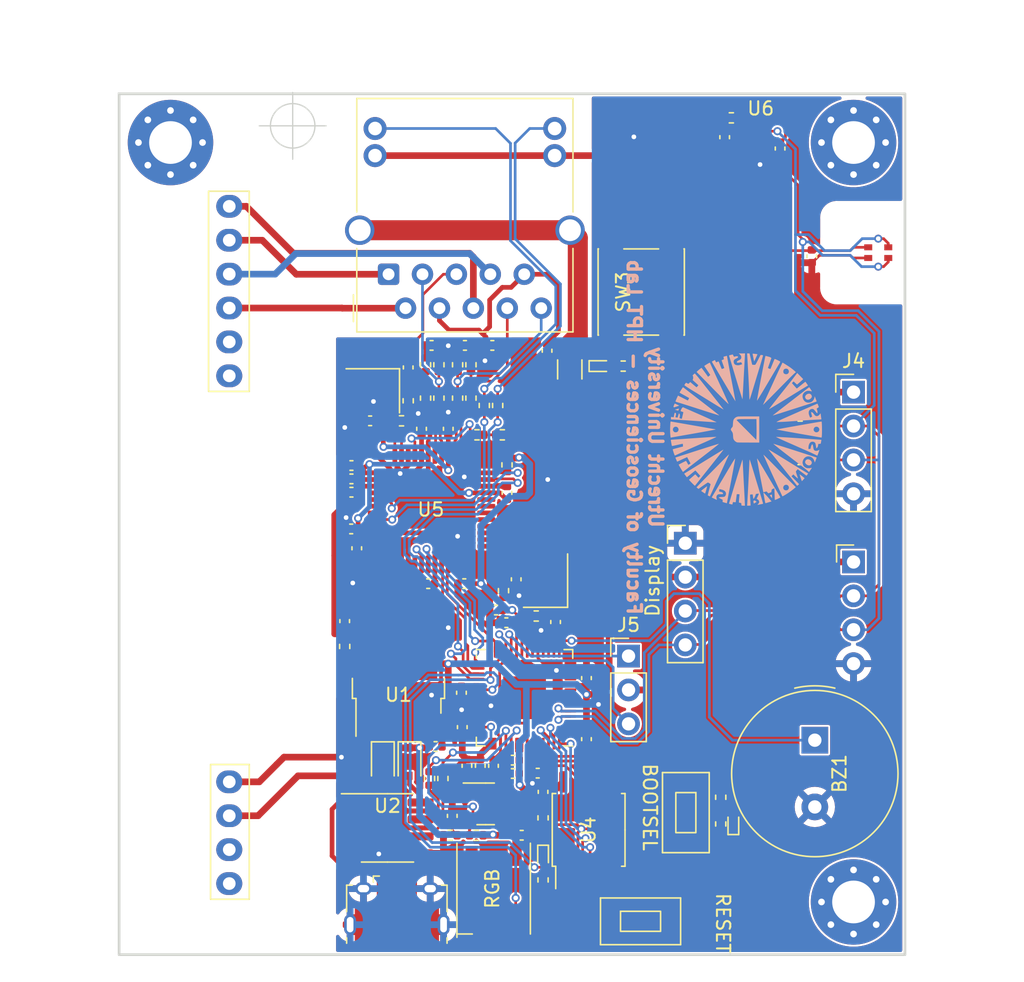
<source format=kicad_pcb>
(kicad_pcb (version 20211014) (generator pcbnew)
  (layers (0 "F.Cu" signal) (31 "B.Cu" signal) (34 "B.Paste" user) (35 "F.Paste" user) (36 "B.SilkS" user "B.Silkscreen") (37 "F.SilkS" user "F.Silkscreen") (38 "B.Mask" user) (39 "F.Mask" user) (44 "Edge.Cuts" user))
  (net 0 "")
  (net 1 "+3.3V")
  (net 2 "GND")
  (net 3 "Net-(C15-Pad1)")
  (net 4 "Net-(C16-Pad1)")
  (net 5 "Net-(C17-Pad1)")
  (net 6 "+1V1")
  (net 7 "Net-(C29-Pad1)")
  (net 8 "Net-(C35-Pad1)")
  (net 9 "Net-(C37-Pad1)")
  (net 10 "Net-(C32-Pad1)")
  (net 11 "Net-(C33-Pad1)")
  (net 12 "Net-(C34-Pad1)")
  (net 13 "+Vbus")
  (net 14 "+VSYS")
  (net 15 "Net-(D3-Pad2)")
  (net 16 "+VPoE")
  (net 17 "GPIO13")
  (net 18 "BOOTSEL")
  (net 19 "RUN")
  (net 20 "GPIO22")
  (net 21 "Net-(J1-Pad2)")
  (net 22 "Net-(J1-Pad3)")
  (net 23 "/Ethernet/TXOP")
  (net 25 "/Ethernet/RXIP")
  (net 26 "/Ethernet/RXIN")
  (net 27 "GPIO15")
  (net 28 "VC1+")
  (net 29 "SWCLK")
  (net 30 "SWDIO")
  (net 31 "Net-(R4-Pad1)")
  (net 32 "Net-(R5-Pad1)")
  (net 33 "Net-(J1-Pad1)")
  (net 34 "Net-(R8-Pad1)")
  (net 35 "VC1-")
  (net 36 "Net-(R19-Pad2)")
  (net 37 "Net-(R22-Pad2)")
  (net 38 "Net-(R23-Pad1)")
  (net 39 "/MCU/GPIO29{slash}ADC3")
  (net 40 "/MCU/QSPI_SS")
  (net 41 "Net-(R23-Pad2)")
  (net 42 "Net-(R25-Pad1)")
  (net 43 "Net-(R29-Pad2)")
  (net 44 "/MCU/USB_D+")
  (net 45 "Net-(R30-Pad1)")
  (net 46 "/MCU/USB_D-")
  (net 49 "/Ethernet/TX0N")
  (net 57 "Net-(R20-Pad2)")
  (net 58 "/Ethernet/LNKn")
  (net 59 "/Ethernet/ACTn")
  (net 60 "Net-(R28-Pad2)")
  (net 64 "VC2+")
  (net 65 "VC2-")
  (net 66 "/MCU/QSPI_SD1")
  (net 67 "/MCU/QSPI_SD2")
  (net 68 "/MCU/QSPI_SD0")
  (net 69 "/MCU/QSPI_SCLK")
  (net 70 "/MCU/QSPI_SD3")
  (net 71 "I2C1_SDA")
  (net 72 "I2C1_SCL")
  (net 82 "RSTn")
  (net 83 "SPI0_RX")
  (net 84 "SPI0_CSn")
  (net 85 "SPI0_SCK")
  (net 86 "SPI0_TX")
  (net 87 "INTn")
  (net 89 "Net-(J2-Pad12)")
  (net 104 "Net-(J2-Pad14)")
  (net 105 "Net-(R18-Pad2)")
  (net 106 "Net-(C30-Pad1)")
  (net 107 "+1V2A")
  (net 108 "+1V2D")
  (net 109 "+1V2O")
  (net 110 "+3V3A")
  (footprint "MountingHole:MountingHole_3.2mm_M3_Pad_Via" (layer "F.Cu") (at 195.35 75.9)
    (fp_text reference "REF**" hide)
    (fp_text value "MountingHole_3.2mm_M3_Pad_Via")
  )
  (footprint "Resistor_SMD:R_0402_1005Metric" (layer "F.Cu") (at 164.6 123.55 -90)
    (fp_text reference "R5" hide)
    (fp_text value "27R")
  )
  (footprint "Connector_USB:USB_Micro-B_Amphenol_10118194_Horizontal" (layer "F.Cu") (at 161.15 133.2)
    (fp_text reference "J1" hide)
    (fp_text value "USB_B_Micro")
  )
  (footprint "Package_SO:SOIC-8_3.9x4.9mm_P1.27mm" (layer "F.Cu") (at 160.45 127.25)
    (fp_text reference "U2")
    (fp_text value "USB6B1")
  )
  (footprint "Diode_SMD:D_SOD-923" (layer "F.Cu") (at 172.1 129.35 -90)
    (fp_text reference "D6" hide)
    (fp_text value "ESD9B3.3ST5G")
  )
  (footprint "Resistor_SMD:R_0402_1005Metric" (layer "F.Cu") (at 185.405 126.955 90)
    (fp_text reference "R11" hide)
    (fp_text value "1k")
  )
  (footprint "Resistor_SMD:R_0402_1005Metric" (layer "F.Cu") (at 161.5 96.75 180)
    (fp_text reference "R25" hide)
    (fp_text value "1M")
  )
  (footprint "Capacitor_SMD:C_0402_1005Metric" (layer "F.Cu") (at 163 97.35 90)
    (fp_text reference "C21" hide)
    (fp_text value "0.1uF")
  )
  (footprint "Capacitor_SMD:C_0402_1005Metric" (layer "F.Cu") (at 170.5 127.8)
    (fp_text reference "C39" hide)
    (fp_text value "0.1uF")
  )
  (footprint "Diode_SMD:D_SOD-923" (layer "F.Cu") (at 186.35 126.95 90)
    (fp_text reference "D4" hide)
    (fp_text value "ESD9B3.3ST5G")
  )
  (footprint "Capacitor_SMD:C_0402_1005Metric" (layer "F.Cu") (at 166.2 108.95 180)
    (fp_text reference "C19" hide)
    (fp_text value "0.1uF")
  )
  (footprint "Capacitor_SMD:C_0402_1005Metric" (layer "F.Cu") (at 169.8375 123.175 180)
    (fp_text reference "C4" hide)
    (fp_text value "0.1uF")
  )
  (footprint "Diode_SMD:D_SOD-323" (layer "F.Cu") (at 162.1 122.3 -90)
    (fp_text reference "D2" hide)
    (fp_text value "BAT60A")
  )
  (footprint "Capacitor_SMD:C_0402_1005Metric" (layer "F.Cu") (at 175.35 116.025 90)
    (fp_text reference "C8" hide)
    (fp_text value "0.1uF")
  )
  (footprint "Resistor_SMD:R_0402_1005Metric" (layer "F.Cu") (at 185.405 124.955 90)
    (fp_text reference "R28" hide)
    (fp_text value "100R")
  )
  (footprint "HPT:LQFP48" (layer "F.Cu") (at 163.75 103.4 180)
    (fp_text reference "U5")
    (fp_text value "W5100S")
  )
  (footprint "Capacitor_SMD:C_0402_1005Metric" (layer "F.Cu") (at 169.35 111.875 180)
    (fp_text reference "C1" hide)
    (fp_text value "0.1uF")
  )
  (footprint "Capacitor_SMD:C_0402_1005Metric" (layer "F.Cu") (at 158.15 106.3 90)
    (fp_text reference "C20" hide)
    (fp_text value "0.1uF")
  )
  (footprint "Capacitor_SMD:C_0402_1005Metric" (layer "F.Cu") (at 163.5 108.95 180)
    (fp_text reference "C27" hide)
    (fp_text value "0.1uF")
  )
  (footprint "Capacitor_SMD:C_0402_1005Metric" (layer "F.Cu") (at 175.35 120.6 -90)
    (fp_text reference "C9" hide)
    (fp_text value "0.1uF")
  )
  (footprint "Resistor_SMD:R_0402_1005Metric" (layer "F.Cu") (at 191.35 99.65 180)
    (fp_text reference "R2" hide)
    (fp_text value "DNP")
  )
  (footprint "Package_DFN_QFN:QFN-56-1EP_7x7mm_P0.4mm_EP3.2x3.2mm" (layer "F.Cu") (at 170.7125 117.5 180)
    (fp_text reference "U3" hide)
    (fp_text value "RP2040")
  )
  (footprint "Capacitor_SMD:C_0402_1005Metric" (layer "F.Cu") (at 169.8375 122.175 180)
    (fp_text reference "C3" hide)
    (fp_text value "0.1uF")
  )
  (footprint "Crystal:Crystal_SMD_Abracon_ABM8G-4Pin_3.2x2.5mm" (layer "F.Cu") (at 172.2875 108.725 90)
    (fp_text reference "Y1" hide)
    (fp_text value "12MHz")
  )
  (footprint "Capacitor_SMD:C_0402_1005Metric" (layer "F.Cu") (at 166.25 91.1 180)
    (fp_text reference "C29" hide)
    (fp_text value "0.1uF")
  )
  (footprint "HPT:Slot 2x5.5" (layer "F.Cu") (at 195.85 86.675)
    (fp_text reference "REF**" hide)
    (fp_text value "Slot 2x5.5")
  )
  (footprint "Resistor_SMD:R_0402_1005Metric" (layer "F.Cu") (at 171.5875 111.375)
    (fp_text reference "R8" hide)
    (fp_text value "DNP")
  )
  (footprint "Capacitor_SMD:C_0402_1005Metric" (layer "F.Cu") (at 192.225 84.425 90)
    (fp_text reference "C36" hide)
    (fp_text value "0.1uF")
  )
  (footprint "Diode_SMD:D_SOD-923" (layer "F.Cu") (at 176.35 92.65)
    (fp_text reference "D7" hide)
    (fp_text value "ESD9B3.3ST5G")
  )
  (footprint "Resistor_SMD:R_0402_1005Metric" (layer "F.Cu") (at 163.3 92.55 -90)
    (fp_text reference "R14" hide)
    (fp_text value "49R9")
  )
  (footprint "HPT:SGP41" (layer "F.Cu") (at 187.75 75.85)
    (fp_text reference "U6")
    (fp_text value "SGP41")
  )
  (footprint "Resistor_SMD:R_0402_1005Metric" (layer "F.Cu") (at 172.1 126.5 90)
    (fp_text reference "R10" hide)
    (fp_text value "DNP")
  )
  (footprint "Capacitor_SMD:C_0402_1005Metric" (layer "F.Cu") (at 157.75 100.1 180)
    (fp_text reference "C25" hide)
    (fp_text value "0.1uF")
  )
  (footprint "Capacitor_SMD:C_0402_1005Metric" (layer "F.Cu") (at 159.15 96.75 180)
    (fp_text reference "C34" hide)
    (fp_text value "18pF")
  )
  (footprint "Capacitor_SMD:C_0402_1005Metric" (layer "F.Cu") (at 165.3 126.35 90)
    (fp_text reference "C15" hide)
    (fp_text value "0.1uF")
  )
  (footprint "Capacitor_SMD:C_0402_1005Metric" (layer "F.Cu") (at 166.05 119.7 90)
    (fp_text reference "C6" hide)
    (fp_text value "0.1uF")
  )
  (footprint "Connector_PinHeader_2.54mm:PinHeader_1x03_P2.54mm_Vertical" (layer "F.Cu") (at 178.5 114.375)
    (fp_text reference "J5")
    (fp_text value "Debugger")
  )
  (footprint "Button_Switch_SMD:SW_Push_1P1T_NO_6x6mm_H9.5mm" (layer "F.Cu") (at 179.45 87.1 90)
    (fp_text reference "SW3")
    (fp_text value "Display")
  )
  (footprint "Capacitor_SMD:C_0402_1005Metric" (layer "F.Cu") (at 162 92.75 90)
    (fp_text reference "C35" hide)
    (fp_text value "18pF")
  )
  (footprint "Inductor_SMD:L_0402_1005Metric" (layer "F.Cu") (at 159.65 97.8 180)
    (fp_text reference "L2" hide)
    (fp_text value "120r@100MHz")
  )
  (footprint "Capacitor_SMD:C_0402_1005Metric" (layer "F.Cu") (at 168.3 91.1)
    (fp_text reference "C30" hide)
    (fp_text value "0.1uF")
  )
  (footprint "Capacitor_SMD:C_0402_1005Metric" (layer "F.Cu") (at 157.75 101.1 180)
    (fp_text reference "C24" hide)
    (fp_text value "1uF")
  )
  (footprint "Capacitor_SMD:C_0402_1005Metric" (layer "F.Cu") (at 170.0875 108.625 -90)
    (fp_text reference "C17" hide)
    (fp_text value "15pF")
  )
  (footprint "Capacitor_SMD:C_0402_1005Metric" (layer "F.Cu") (at 171.7 123.15)
    (fp_text reference "C2" hide)
    (fp_text value "0.1uF")
  )
  (footprint "Capacitor_SMD:C_0402_1005Metric" (layer "F.Cu") (at 185.7 75.5 -90)
    (fp_text reference "C37" hide)
    (fp_text value "1uF")
  )
  (footprint "Capacitor_SMD:C_0402_1005Metric" (layer "F.Cu") (at 168.575 110.925 180)
    (fp_text reference "C5" hide)
    (fp_text value "0.1uF")
  )
  (footprint "Inductor_SMD:L_0402_1005Metric" (layer "F.Cu") (at 158.15 98.65 -90)
    (fp_text reference "L3" hide)
    (fp_text value "120r@100MHz")
  )
  (footprint "HPT:PoE, 10 Pin with LED" (layer "F.Cu") (at 165.65 79.65 90)
    (fp_text reference "J2" hide)
    (fp_text value "Ethernet_(100_Base-T_&_PoE)")
  )
  (footprint "HPT:Adafruit 3847 connector" (layer "F.Cu") (at 148.6 106.05 -90)
    (fp_text reference "MOD1" hide)
    (fp_text value "Adafruit_3847_connector")
  )
  (footprint "Resistor_SMD:R_0402_1005Metric" (layer "F.Cu") (at 164.3 92.55 -90)
    (fp_text reference "R15" hide)
    (fp_text value "49R9")
  )
  (footprint "HPT:Switch" (layer "F.Cu") (at 179.4 134.25)
    (fp_text reference "SW2" hide)
    (fp_text value "RESET")
  )
  (footprint "HPT:Slot 2x5.5" (layer "F.Cu") (at 195.85 81.425)
    (fp_text reference "REF**" hide)
    (fp_text value "Slot 2x5.5")
  )
  (footprint "Package_TO_SOT_SMD:SOT-23" (layer "F.Cu") (at 167.8 125.45)
    (fp_text reference "Q1" hide)
    (fp_text value "2N7002")
  )
  (footprint "Resistor_SMD:R_0402_1005Metric" (layer "F.Cu") (at 167.7 95.6 -90)
    (fp_text reference "R17" hide)
    (fp_text value "470R")
  )
  (footprint "Connector_PinHeader_2.54mm:PinHeader_1x04_P2.54mm_Vertical" (layer "F.Cu") (at 195.35 94.6)
    (fp_text reference "J4")
    (fp_text value "Extra I2C")
  )
  (footprint "HPT:LED" (layer "F.Cu") (at 157.195 115.855 90)
    (fp_text reference "D3" hide)
    (fp_text value "LED")
  )
  (footprint "Package_SO:SOIC-8_5.23x5.23mm_P1.27mm" (layer "F.Cu") (at 175.5125 127.4 90)
    (fp_text reference "U4")
    (fp_text value "W25Q128JVS")
  )
  (footprint "Resistor_SMD:R_0402_1005Metric" (layer "F.Cu") (at 165.15 127.8)
    (fp_text reference "R7" hide)
    (fp_text value "100k")
  )
  (footprint "Resistor_SMD:R_0402_1005Metric" (layer "F.Cu") (at 168.7 95.6 -90)
    (fp_text reference "R21" hide)
    (fp_text value "470R")
  )
  (footprint "HPT:Slot 2x3" (layer "F.Cu") (at 194 86.275 90)
    (fp_text reference "REF**" hide)
    (fp_text value "Slot 2x5.5")
  )
  (footprint "HPT:SHT4x" (layer "F.Cu") (at 197.2 84.15 180)
    (fp_text reference "U7")
    (fp_text value "SHT4x")
  )
  (footprint "Diode_SMD:D_SOD-323" (layer "F.Cu") (at 160.1 122.3 -90)
    (fp_text reference "D1" hide)
    (fp_text value "BAT60A")
  )
  (footprint "Resistor_SMD:R_0402_1005Metric" (layer "F.Cu") (at 163.6 123.55 -90)
    (fp_text reference "R4" hide)
    (fp_text value "27R")
  )
  (footprint "Capacitor_SMD:C_0402_1005Metric" (layer "F.Cu") (at 166.3975 122.6 -90)
    (fp_text reference "C14" hide)
    (fp_text value "1uF")
  )
  (footprint "HPT:Slot 2x3" (layer "F.Cu") (at 194 82.025 90)
    (fp_text reference "REF**" hide)
    (fp_text value "Slot 2x5.5")
  )
  (footprint "Buzzer_Beeper:Buzzer_TDK_PS1240P02BT_D12.2mm_H6.5mm" (layer "F.Cu") (at 192.45 120.679216 -90)
    (fp_text reference "BZ1")
    (fp_text value "Buzzer")
  )
  (footprint "Resistor_SMD:R_0402_1005Metric" (layer "F.Cu") (at 178.1 92.65 180)
    (fp_text reference "R30" hide)
    (fp_text value "100R")
  )
  (footprint "Capacitor_SMD:C_0402_1005Metric" (layer "F.Cu") (at 169.4 102.15 90)
    (fp_text reference "C28" hide)
    (fp_text value "0.1uF")
  )
  (footprint "Capacitor_SMD:C_0402_1005Metric" (layer "F.Cu") (at 173.0375 111.825 -90)
    (fp_text reference "C16" hide)
    (fp_text value "15pF")
  )
  (footprint "Capacitor_SMD:C_0402_1005Metric" (layer "F.Cu") (at 172.4 91.5 -90)
    (fp_text reference "C31" hide)
    (fp_text value "1uF")
  )
  (footprint "Capacitor_SMD:C_0402_1005Metric" (layer "F.Cu") (at 157.75 102.1 180)
    (fp_text reference "C22" hide)
    (fp_text value "0.1uF")
  )
  (footprint "Crystal:Crystal_SMD_Abracon_ABM8G-4Pin_3.2x2.5mm" (layer "F.Cu") (at 159.35 94.5 180)
    (fp_text reference "Y2" hide)
    (fp_text value "25MHz")
  )
  (footprint "Resistor_SMD:R_0402_1005Metric" (layer "F.Cu") (at 167.1 127.8)
    (fp_text reference "R6" hide)
    (fp_text value "200k")
  )
  (footprint "Resistor_SMD:R_0402_1005Metric" (layer "F.Cu") (at 172.1 131.15 -90)
    (fp_text reference "R29" hide)
    (fp_text value "100R")
  )
  (footprint "Resistor_SMD:R_0402_1005Metric" (layer "F.Cu") (at 163.3 95.05 -90)
    (fp_text reference "R22" hide)
    (fp_text value "3R3")
  )
  (footprint "Resistor_SMD:R_0402_1005Metric" (layer "F.Cu") (at 157.245 113.655 90)
    (fp_text reference "R1" hide)
    (fp_text value "470R")
  )
  (footprint "Resistor_SMD:R_0402_1005Metric" (layer "F.Cu") (at 169.05 97.8 180)
    (fp_text reference "R24" hide)
    (fp_text value "300R/1%")
  )
  (footprint "Resistor_SMD:R_0402_1005Metric" (layer "F.Cu") (at 166.7 95.05 -90)
    (fp_text reference "R18" hide)
    (fp_text value "3R3")
  )
  (footprint "Capacitor_SMD:C_0402_1005Metric" (layer "F.Cu") (at 168.3875 122.6 -90)
    (fp_text reference "C12" hide)
    (fp_text value "1uF")
  )
  (footprint "Resistor_SMD:R_0402_1005Metric" (layer "F.Cu") (at 169.4 100.05 -90)
    (fp_text reference "R16" hide)
    (fp_text value "4k7")
  )
  (footprint "Resistor_SMD:R_0402_1005Metric" (layer "F.Cu") (at 165.7 95.05 -90)
    (fp_text reference "R19" hide)
    (fp_text value "3R3")
  )
  (footprint "Connector_PinHeader_2.54mm:PinHeader_1x04_P2.54mm_Vertical" (layer "F.Cu") (at 182.75 105.92)
    (fp_text reference "J6")
    (fp_text value "Display")
  )
  (footprint "Resistor_SMD:R_0402_1005Metric" (layer "F.Cu") (at 169.1375 109.475 -90)
    (fp_text reference "R9" hide)
    (fp_text value "1k")
  )
  (footprint "LED_SMD:LED_WS2812B_PLCC4_5.0x5.0mm_P3.2mm" (layer "F.Cu") (at 168.4 131.8 -90)
    (fp_text reference "D5" hide)
    (fp_text value "WS2812B")
  )
  (footprint "Capacitor_SMD:C_1206_3216Metric" (layer "F.Cu") (at 174.1 92.9 -90)
    (fp_text reference "C33" hide)
    (fp_text value "1nF/2kV")
  )
  (footprint "Capacitor_SMD:C_0402_1005Metric" (layer "F.Cu") (at 165 97.35 90)
    (fp_text reference "C23" hide)
    (fp_text value "0.1uF")
  )
  (footprint "MountingHole:MountingHole_3.2mm_M3_Pad_Via" (layer "F.Cu") (at 195.35 132.8)
    (fp_text reference "REF**" hide)
    (fp_text value "MountingHole_3.2mm_M3_Pad_Via")
  )
  (footprint "Resistor_SMD:R_0402_1005Metric" (layer "F.Cu") (at 162 95.25 -90)
    (fp_text reference "R26" hide)
    (fp_text value "0R")
  )
  (footprint "MountingHole:MountingHole_3.2mm_M3_Pad_Via" (layer "F.Cu") (at 144.2 75.9)
    (fp_text reference "REF**" hide)
    (fp_text value "MountingHole_3.2mm_M3_Pad_Via")
  )
  (footprint "Capacitor_SMD:C_0402_1005Metric" (layer "F.Cu") (at 172.1 124.55 90)
    (fp_text reference "C18" hide)
    (fp_text value "0.1uF")
  )
  (footprint "Resistor_SMD:R_0402_1005Metric" (layer "F.Cu") (at 165.7 92.55 -90)
    (fp_text reference "R12" hide)
    (fp_text value "49R9")
  )
  (footprint "Resistor_SMD:R_0402_1005Metric" (layer "F.Cu") (at 166.7 92.55 -90)
    (fp_text reference "R13" hide)
    (fp_text value "49R9")
  )
  (footprint "Resistor_SMD:R_0402_1005Metric" (layer "F.Cu") (at 186.2 74.05 180)
    (fp_text reference "R27" hide)
    (fp_text value "4R7")
  )
  (footprint "Capacitor_SMD:C_0402_1005Metric" (layer "F.Cu") (at 157.245 111.755 90)
    (fp_text reference "C11" hide)
    (fp_text value "10uF")
  )
  (footprint "Capacitor_SMD:C_0402_1005Metric" (layer "F.Cu") (at 163.75 91.1)
    (fp_text reference "C32" hide)
    (fp_text value "0.1uF")
  )
  (footprint "Capacitor_SMD:C_0402_1005Metric" (layer "F.Cu") (at 189.85 76.35 -90)
    (fp_text reference "C38" hide)
    (fp_text value "1uF")
  )
  (footprint "Resistor_SMD:R_0402_1005Metric" (layer "F.Cu") (at 191.35 97.15 180)
    (fp_text reference "R3" hide)
    (fp_text value "DNP")
  )
  (footprint "Inductor_SMD:L_0402_1005Metric" (layer "F.Cu") (at 157.7 103.1)
    (fp_text reference "L1" hide)
    (fp_text value "120r@100MHz")
  )
  (footprint "Resistor_SMD:R_0402_1005Metric" (layer "F.Cu") (at 164.3 95.05 -90)
    (fp_text reference "R20" hide)
    (fp_text value "3R3")
  )
  (footprint "Resistor_SMD:R_0402_1005Metric" (layer "F.Cu") (at 167.15 97.8 180)
    (fp_text reference "R23" hide)
    (fp_text value "12K/1%")
  )
  (footprint "Capacitor_SMD:C_0402_1005Metric" (layer "F.Cu") (at 164.05 121.15)
    (fp_text reference "C10" hide)
    (fp_text value "10uF")
  )
  (footprint "Capacitor_SMD:C_0402_1005Metric" (layer "F.Cu") (at 165.9875 117.125 -90)
    (fp_text reference "C7" hide)
    (fp_text value "0.1uF")
  )
  (footprint "HPT:Switch" (layer "F.Cu") (at 182.7925 126.105 -90)
    (fp_text reference "SW1" hide)
    (fp_text value "BOOTSEL")
  )
  (footprint "Capacitor_SMD:C_0402_1005Metric" (layer "F.Cu") (at 157.73 104.85 180)
    (fp_text reference "C26" hide)
    (fp_text value "0.1uF")
  )
  (footprint "Capacitor_SMD:C_0402_1005Metric" (layer "F.Cu") (at 167.3975 122.6 -90)
    (fp_text reference "C13" hide)
    (fp_text value "1uF")
  )
  (footprint "Package_TO_SOT_SMD:TO-252-2" (layer "F.Cu") (at 161.27 115.08 90)
    (fp_text reference "U1")
    (fp_text value "NCP1117-3.3_TO252")
  )
  (footprint "Connector_PinHeader_2.54mm:PinHeader_1x04_P2.54mm_Horizontal" (layer "F.Cu") (at 195.35 107.325)
    (fp_text reference "J3" hide)
    (fp_text value "CO2 Sensor")
  )
  (footprint "HPT:uu Logo" (layer "B.Cu") (at 187.269345 97.520836 90)
    (fp_text reference "G***" hide)
    (fp_text value "LOGO" hide)
  )
  (gr_rect (start 140.35 72.25) (end 199.2 136.75) (layer "Edge.Cuts") (width 0.2) (fill none))
  (gr_text "Utrecht University\nFaculty of Geosciences - HPT Lab" (at 179.725 97.975 270) (layer "B.SilkS") (effects (font (size 1 1) (thickness 0.25)) (justify mirror)))
  (target plus (at 153.35 74.65) (size 5) (width 0.1) (layer "Edge.Cuts"))
  (segment (start 166.1325 120.1) (end 166.0375 120.195) (width 0.2) (layer "F.Cu") (net 1))
  (segment (start 165.9875 116.645) (end 165 116.645) (width 0.5) (layer "F.Cu") (net 1))
  (segment (start 179.7 108.45) (end 177.05 111.1) (width 0.5) (layer "F.Cu") (net 1))
  (segment (start 170.35 124.025) (end 170.35 124.05) (width 0.5) (layer "F.Cu") (net 1))
  (segment (start 190.25 74.8) (end 189.8 74.35) (width 0.2) (layer "F.Cu") (net 1))
  (segment (start 159.37 106.78) (end 159.65 106.5) (width 0.35) (layer "F.Cu") (net 1))
  (segment (start 187.45 78.75) (end 189.95 78.75) (width 0.5) (layer "F.Cu") (net 1))
  (segment (start 157.215 103.1) (end 156.5 103.815) (width 0.5) (layer "F.Cu") (net 1))
  (segment (start 165 119.35) (end 165.845 120.195) (width 0.5) (layer "F.Cu") (net 1))
  (segment (start 190.84 107.51) (end 189.9 108.45) (width 0.5) (layer "F.Cu") (net 1))
  (segment (start 166.68 108.95) (end 167.45 108.95) (width 0.35) (layer "F.Cu") (net 1))
  (segment (start 166.05 120.18) (end 166.05 121.7725) (width 0.5) (layer "F.Cu") (net 1))
  (segment (start 195.1 84) (end 190.5 84) (width 0.2) (layer "F.Cu") (net 1))
  (segment (start 166.05 121.7725) (end 166.3975 122.12) (width 0.5) (layer "F.Cu") (net 1))
  (segment (start 174.15 120.1) (end 175.33 120.1) (width 0.2) (layer "F.Cu") (net 1))
  (segment (start 195.35 107.325) (end 190.85 107.325) (width 0.5) (layer "F.Cu") (net 1))
  (segment (start 186.71 73.61) (end 186.5 73.4) (width 0.2) (layer "F.Cu") (net 1))
  (segment (start 156.505 112.705) (end 157.245 112.705) (width 0.5) (layer "F.Cu") (net 1))
  (segment (start 166.5 107.5) (end 166.5 108.77) (width 0.35) (layer "F.Cu") (net 1))
  (segment (start 189.9 108.45) (end 179.7 108.45) (width 0.5) (layer "F.Cu") (net 1))
  (segment (start 170.3125 121.7) (end 170.3125 121.15) (width 0.5) (layer "F.Cu") (net 1))
  (segment (start 157.245 112.705) (end 160.995 112.705) (width 0.5) (layer "F.Cu") (net 1))
  (segment (start 190.5 84) (end 190.5 96.81) (width 0.5) (layer "F.Cu") (net 1))
  (segment (start 168.2125 120.9375) (end 167.3975 121.7525) (width 0.5) (layer "F.Cu") (net 1))
  (segment (start 158.2 106.78) (end 159.37 106.78) (width 0.35) (layer "F.Cu") (net 1))
  (segment (start 163.24 114.95) (end 161.27 112.98) (width 0.5) (layer "F.Cu") (net 1))
  (segment (start 159.65 106.5) (end 159.65 106.15) (width 0.35) (layer "F.Cu") (net 1))
  (segment (start 186.5 73.4) (end 185.3 73.4) (width 0.2) (layer "F.Cu") (net 1))
  (segment (start 170.26 99.54) (end 169.4 99.54) (width 0.5) (layer "F.Cu") (net 1))
  (segment (start 190.5 79.3) (end 190.5 84) (width 0.5) (layer "F.Cu") (net 1))
  (segment (start 165.6875 123.5375) (end 165.6875 122.716325) (width 0.5) (layer "F.Cu") (net 1))
  (segment (start 170.3175 121.775) (end 170.3125 121.775) (width 0.5) (layer "F.Cu") (net 1))
  (segment (start 156.57 106.78) (end 156.5 106.85) (width 0.5) (layer "F.Cu") (net 1))
  (segment (start 159.52 76.88) (end 172.97 76.88) (width 0.5) (layer "F.Cu") (net 1))
  (segment (start 188.9 75.85) (end 189.83 75.85) (width 0.2) (layer "F.Cu") (net 1))
  (segment (start 165 114.95) (end 165 119.35) (width 0.5) (layer "F.Cu") (net 1))
  (segment (start 167.275 120.1) (end 166.1325 120.1) (width 0.2) (layer "F.Cu") (net 1))
  (segment (start 166.1325 116.5) (end 165.9875 116.645) (width 0.2) (layer "F.Cu") (net 1))
  (segment (start 175.35 117.25) (end 175.35 120.12) (width 0.5) (layer "F.Cu") (net 1))
  (segment (start 157.245 113.145) (end 157.245 112.705) (width 0.5) (layer "F.Cu") (net 1))
  (segment (start 185.1 76.21) (end 184.43 76.88) (width 0.2) (layer "F.Cu") (net 1))
  (segment (start 190.5 96.81) (end 190.84 97.15) (width 0.5) (layer "F.Cu") (net 1))
  (segment (start 157.245 112.705) (end 157.245 112.235) (width 0.5) (layer "F.Cu") (net 1))
  (segment (start 170.3175 123.175) (end 170.3175 123.9925) (width 0.5) (layer "F.Cu") (net 1))
  (segment (start 166.5 108.77) (end 166.68 108.95) (width 0.35) (layer "F.Cu") (net 1))
  (segment (start 190.84 97.15) (end 190.84 99.65) (width 0.5) (layer "F.Cu") (net 1))
  (segment (start 166.283825 122.12) (end 166.3975 122.12) (width 0.5) (layer "F.Cu") (net 1))
  (segment (start 165.6875 122.716325) (end 166.283825 122.12) (width 0.5) (layer "F.Cu") (net 1))
  (segment (start 190.84 99.65) (end 190.84 107.51) (width 0.5) (layer "F.Cu") (net 1))
  (segment (start 170.5125 111.65) (end 170.5125 114.0625) (width 0.2) (layer "F.Cu") (net 1))
  (segment (start 174.15 116.5) (end 175.345 116.5) (width 0.2) (layer "F.Cu") (net 1))
  (segment (start 170.1125 121.5) (end 170.3125 121.7) (width 0.2) (layer "F.Cu") (net 1))
  (segment (start 187.01 74.35) (end 186.71 74.05) (width 0.2) (layer "F.Cu") (net 1))
  (segment (start 172.3775 125.03) (end 173.6075 123.8) (width 0.5) (layer "F.Cu") (net 1))
  (segment (start 168.325 120.9375) (end 168.2125 120.9375) (width 0.5) (layer "F.Cu") (net 1))
  (segment (start 156.5 112.7) (end 156.505 112.705) (width 0.5) (layer "F.Cu") (net 1))
  (segment (start 156.5 103.815) (end 156.5 106.85) (width 0.5) (layer "F.Cu") (net 1))
  (segment (start 189.95 78.75) (end 190.5 79.3) (width 0.5) (layer "F.Cu") (net 1))
  (segment (start 196.45 83.75) (end 195.35 83.75) (width 0.2) (layer "F.Cu") (net 1))
  (segment (start 170.5125 120.9375) (end 170.5125 121.5) (width 0.2) (layer "F.Cu") (net 1))
  (segment (start 156.5 106.85) (end 156.5 112.7) (width 0.5) (layer "F.Cu") (net 1))
  (segment (start 184.43 76.88) (end 185.58 76.88) (width 0.5) (layer "F.Cu") (net 1))
  (segment (start 166.8625 124.5) (end 166.65 124.5) (width 0.5) (layer "F.Cu") (net 1))
  (segment (start 172.97 76.88) (end 184.43 76.88) (width 0.5) (layer "F.Cu") (net 1))
  (segment (start 165 114.95) (end 163.24 114.95) (width 0.5) (layer "F.Cu") (net 1))
  (segment (start 169.055 110.925) (end 169.7875 110.925) (width 0.5) (layer "F.Cu") (net 1))
  (segment (start 165.845 120.195) (end 165.9875 120.195) (width 0.5) (layer "F.Cu") (net 1))
  (segment (start 169.7875 110.925) (end 170.5125 111.65) (width 0.2) (layer "F.Cu") (net 1))
  (segment (start 170.35 124.05) (end 171.33 125.03) (width 0.5) (layer "F.Cu") (net 1))
  (segment (start 170.3175 122.175) (end 170.3175 123.175) (width 0.5) (layer "F.Cu") (net 1))
  (segment (start 186.71 74.05) (end 186.71 73.61) (width 0.2) (layer "F.Cu") (net 1))
  (segment (start 166.65 124.5) (end 165.6875 123.5375) (width 0.5) (layer "F.Cu") (net 1))
  (segment (start 166.3975 122.12) (end 167.3975 122.12) (width 0.5) (layer "F.Cu") (net 1))
  (segment (start 171.33 125.03) (end 172.3775 125.03) (width 0.5) (layer "F.Cu") (net 1))
  (segment (start 158.15 106.78) (end 156.57 106.78) (width 0.5) (layer "F.Cu") (net 1))
  (segment (start 190.25 75.5) (end 190.25 74.8) (width 0.2) (layer "F.Cu") (net 1))
  (segment (start 189.8 74.35) (end 187.01 74.35) (width 0.2) (layer "F.Cu") (net 1))
  (segment (start 185.1 73.6) (end 185.1 76.21) (width 0.2) (layer "F.Cu") (net 1))
  (segment (start 170.5125 121.5) (end 170.3125 121.7) (width 0.2) (layer "F.Cu") (net 1))
  (segment (start 175.33 120.1) (end 175.35 120.12) (width 0.2) (layer "F.Cu") (net 1))
  (segment (start 170.3175 123.9925) (end 170.35 124.025) (width 0.5) (layer "F.Cu") (net 1))
  (segment (start 176.4 117.25) (end 175.35 117.25) (width 0.5) (layer "F.Cu") (net 1))
  (segment (start 177.05 111.1) (end 177.05 116.6) (width 0.5) (layer "F.Cu") (net 1))
  (segment (start 185.3 73.4) (end 185.1 73.6) (width 0.2) (layer "F.Cu") (net 1))
  (segment (start 167.3975 121.7525) (end 167.3975 122.12) (width 0.5) (layer "F.Cu") (net 1))
  (segment (start 195.35 94.6) (end 190.5 94.6) (width 0.5) (layer "F.Cu") (net 1))
  (segment (start 175.35 117.25) (end 175.35 116.505) (width 0.5) (layer "F.Cu") (net 1))
  (segment (start 167.275 116.5) (end 166.1325 116.5) (width 0.2) (layer "F.Cu") (net 1))
  (segment (start 170.1125 120.9375) (end 170.1125 121.5) (width 0.2) (layer "F.Cu") (net 1))
  (segment (start 177.05 116.6) (end 176.4 117.25) (width 0.5) (layer "F.Cu") (net 1))
  (segment (start 189.88 75.87) (end 190.25 75.5) (width 0.2) (layer "F.Cu") (net 1))
  (segment (start 170.3 99.5) (end 170.26 99.54) (width 0.5) (layer "F.Cu") (net 1))
  (segment (start 195.35 83.75) (end 195.1 84) (width 0.2) (layer "F.Cu") (net 1))
  (segment (start 185.58 76.88) (end 187.45 78.75) (width 0.5) (layer "F.Cu") (net 1))
  (segment (start 175.345 116.5) (end 175.35 116.505) (width 0.2) (layer "F.Cu") (net 1))
  (segment (start 189.85 75.87) (end 189.88 75.87) (width 0.2) (layer "F.Cu") (net 1))
  (segment (start 172.1 125.03) (end 172.1 125.99) (width 0.5) (layer "F.Cu") (net 1))
  (segment (start 170.3175 122.175) (end 170.3175 121.775) (width 0.5) (layer "F.Cu") (net 1))
  (via (at 170.3 99.5) (size 0.6) (drill 0.35) (layers "F.Cu" "B.Cu") (net 1))
  (via (at 175.35 117.25) (size 0.6) (drill 0.35) (layers "F.Cu" "B.Cu") (net 1))
  (via (at 167.45 108.95) (size 0.6) (drill 0.35) (layers "F.Cu" "B.Cu") (net 1))
  (via (at 169.7875 110.925) (size 0.6) (drill 0.35) (layers "F.Cu" "B.Cu") (net 1))
  (via (at 165 114.95) (size 0.6) (drill 0.35) (layers "F.Cu" "B.Cu") (net 1))
  (via (at 170.35 124.025) (size 0.6) (drill 0.35) (layers "F.Cu" "B.Cu") (net 1))
  (segment (start 170.1 116.5) (end 170.9 116.5) (width 0.5) (layer "B.Cu") (net 1))
  (segment (start 170.3175 123.9925) (end 170.3175 120.851234) (width 0.5) (layer "B.Cu") (net 1))
  (segment (start 165.0005 114.9495) (end 168.2495 114.9495) (width 0.5) (layer "B.Cu") (net 1))
  (segment (start 174.6 116.5) (end 175.35 117.25) (width 0.5) (layer "B.Cu") (net 1))
  (segment (start 170.85 120.318734) (end 170.85 116.5) (width 0.5) (layer "B.Cu") (net 1))
  (segment (start 169.425 110.925) (end 169.1 110.6) (width 0.5) (layer "B.Cu") (net 1))
  (segment (start 168.2495 114.9495) (end 168.5495 114.9495) (width 0.5) (layer "B.Cu") (net 1))
  (segment (start 171.1 100) (end 171.1 102.15) (width 0.5) (layer "B.Cu") (net 1))
  (segment (start 169.65 102.4) (end 167.45 104.6) (width 0.5) (layer "B.Cu") (net 1))
  (segment (start 168.2495 114.9495) (end 168.1 114.8) (width 0.5) (layer "B.Cu") (net 1))
  (segment (start 170.3175 120.851234) (end 170.85 120.318734) (width 0.5) (layer "B.Cu") (net 1))
  (segment (start 167.45 104.6) (end 167.45 108.95) (width 0.5) (layer "B.Cu") (net 1))
  (segment (start 170.35 124.025) (end 170.3175 123.9925) (width 0.5) (layer "B.Cu") (net 1))
  (segment (start 165 114.95) (end 165.0005 114.9495) (width 0.5) (layer "B.Cu") (net 1))
  (segment (start 169.1 110.6) (end 167.45 108.95) (width 0.5) (layer "B.Cu") (net 1))
  (segment (start 170.85 116.5) (end 174.6 116.5) (width 0.5) (layer "B.Cu") (net 1))
  (segment (start 170.85 102.4) (end 169.65 102.4) (width 0.5) (layer "B.Cu") (net 1))
  (segment (start 169.7875 110.925) (end 169.425 110.925) (width 0.5) (layer "B.Cu") (net 1))
  (segment (start 170.6 99.5) (end 171.1 100) (width 0.5) (layer "B.Cu") (net 1))
  (segment (start 168.1 114.8) (end 168.1 111.6) (width 0.5) (layer "B.Cu") (net 1))
  (segment (start 171.1 102.15) (end 170.85 102.4) (width 0.5) (layer "B.Cu") (net 1))
  (segment (start 170.3 99.5) (end 170.6 99.5) (width 0.5) (layer "B.Cu") (net 1))
  (segment (start 168.5495 114.9495) (end 170.1 116.5) (width 0.5) (layer "B.Cu") (net 1))
  (segment (start 168.1 111.6) (end 169.1 110.6) (width 0.5) (layer "B.Cu") (net 1))
  (segment (start 170.3 109.85) (end 170.0875 109.6375) (width 0.5) (layer "F.Cu") (net 2))
  (segment (start 172.1 127.8) (end 170.98 127.8) (width 0.2) (layer "F.Cu") (net 2))
  (segment (start 159.399502 95.3) (end 159.449502 95.35) (width 0.5) (layer "F.Cu") (net 2))
  (segment (start 162.75 96.2) (end 162.75 96.62) (width 0.5) (layer "F.Cu") (net 2))
  (segment (start 171.7125 114.524264) (end 172.188236 115) (width 0.2) (layer "F.Cu") (net 2))
  (segment (start 162.75 96.62) (end 163 96.87) (width 0.5) (layer "F.Cu") (net 2))
  (segment (start 172.1 128.93) (end 172.1 127.8) (width 0.2) (layer "F.Cu") (net 2))
  (segment (start 162 100.1) (end 162 99.3) (width 0.35) (layer "F.Cu") (net 2))
  (segment (start 159.449502 95.35) (end 160.45 95.35) (width 0.5) (layer "F.Cu") (net 2))
  (segment (start 192.25 84.9) (end 192.8 84.35) (width 0.2) (layer "F.Cu") (net 2))
  (segment (start 174.1 94.375) (end 174.1 93) (width 0.2) (layer "F.Cu") (net 2))
  (segment (start 150.85 123.8) (end 152.15 122.5) (width 0.5) (layer "F.Cu") (net 2))
  (segment (start 152.7 121.95) (end 157 121.95) (width 0.5) (layer "F.Cu") (net 2))
  (segment (start 148.6 123.8) (end 150.85 123.8) (width 0.5) (layer "F.Cu") (net 2))
  (segment (start 172.65 115) (end 173.1 115.45) (width 0.2) (layer "F.Cu") (net 2))
  (segment (start 172.188236 115) (end 172.65 115) (width 0.2) (layer "F.Cu") (net 2))
  (segment (start 195.3 84.55) (end 196.45 84.55) (width 0.2) (layer "F.Cu") (net 2))
  (segment (start 174.45 92.65) (end 174.1 93) (width 0.2) (layer "F.Cu") (net 2))
  (segment (start 186.35 127.37) (end 186.35 128.3) (width 0.2) (layer "F.Cu") (net 2))
  (segment (start 195.1 84.35) (end 195.3 84.55) (width 0.2) (layer "F.Cu") (net 2))
  (segment (start 161.4 100.7) (end 162 100.1) (width 0.35) (layer "F.Cu") (net 2))
  (segment (start 170.0875 109.6375) (end 170.0875 109.105) (width 0.5) (layer "F.Cu") (net 2))
  (segment (start 192.8 84.35) (end 195.1 84.35) (width 0.2) (layer "F.Cu") (net 2))
  (segment (start 171.7125 114.0625) (end 171.7125 114.524264) (width 0.2) (layer "F.Cu") (net 2))
  (segment (start 175.93 92.65) (end 174.45 92.65) (width 0.2) (layer "F.Cu") (net 2))
  (segment (start 152.15 122.5) (end 152.7 121.95) (width 0.5) (layer "F.Cu") (net 2))
  (via (at 165 91.125) (size 0.6) (drill 0.35) (layers "F.Cu" "B.Cu") (net 2))
  (via (at 165 96.1) (size 0.6) (drill 0.35) (layers "F.Cu" "B.Cu") (net 2))
  (via (at 172.45 101.15) (size 0.6) (drill 0.35) (layers "F.Cu" "B.Cu") (net 2))
  (via (at 157 121.95) (size 0.6) (drill 0.35) (layers "F.Cu" "B.Cu") (net 2))
  (via (at 157.35 104) (size 0.6) (drill 0.35) (layers "F.Cu" "B.Cu") (net 2))
  (via (at 168.2 118.1) (size 0.6) (drill 0.35) (layers "F.Cu" "B.Cu") (net 2))
  (via (at 163.75 117.3) (size 0.6) (drill 0.35) (layers "F.Cu" "B.Cu") (net 2))
  (via (at 159.8 129.2) (size 0.6) (drill 0.35) (layers "F.Cu" "B.Cu") (net 2))
  (via (at 165.7 105.4) (size 0.6) (drill 0.35) (layers "F.Cu" "B.Cu") (net 2))
  (via (at 166 118.4) (size 0.6) (drill 0.35) (layers "F.Cu" "B.Cu") (net 2))
  (via (at 171.95 112.45) (size 0.6) (drill 0.35) (layers "F.Cu" "B.Cu") (net 2))
  (via (at 159.399502 95.3) (size 0.6) (drill 0.35) (layers "F.Cu" "B.Cu") (net 2))
  (via (at 157.25 97.25) (size 0.6) (drill 0.35) (layers "F.Cu" "B.Cu") (net 2))
  (via (at 167.75 92.25) (size 0.6) (drill 0.35) (layers "F.Cu" "B.Cu") (net 2))
  (via (at 171.3 123.9095) (size 0.6) (drill 0.35) (layers "F.Cu" "B.Cu") (net 2))
  (via (at 166.2 100.95) (size 0.6) (drill 0.35) (layers "F.Cu" "B.Cu") (net 2))
  (via (at 161.4 100.7) (size 0.6) (drill 0.35) (layers "F.Cu" "B.Cu") (net 2))
  (via (at 173.1 115.45) (size 0.6) (drill 0.35) (layers "F.Cu" "B.Cu") (net 2))
  (via (at 165 112.25) (size 0.6) (drill 0.35) (layers "F.Cu" "B.Cu") (net 2))
  (via (at 170.3 109.85) (size 0.6) (drill 0.35) (layers "F.Cu" "B.Cu") (net 2))
  (via (at 157.85 108.9) (size 0.6) (drill 0.35) (layers "F.Cu" "B.Cu") (net 2))
  (via (at 176.25 118) (size 0.6) (drill 0.35) (layers "F.Cu" "B.Cu") (net 2))
  (via (at 188.35 77.55) (size 0.6) (drill 0.35) (layers "F.Cu" "B.Cu") (net 2))
  (via (at 178.9 75.475) (size 0.6) (drill 0.35) (layers "F.Cu" "B.Cu") (net 2))
  (via (at 162.75 96.2) (size 0.6) (drill 0.35) (layers "F.Cu" "B.Cu") (net 2))
  (segment (start 168.45 127.1) (end 168.7375 126.8125) (width 0.2) (layer "F.Cu") (net 3))
  (segment (start 166.59 127.36) (end 166.85 127.1) (width 0.2) (layer "F.Cu") (net 3))
  (segment (start 165.66 127.8) (end 166.59 127.8) (width 0.2) (layer "F.Cu") (net 3))
  (segment (start 165.3 126.83) (end 165.3 127.44) (width 0.2) (layer "F.Cu") (net 3))
  (segment (start 168.7375 126.8125) (end 168.7375 125.45) (width 0.2) (layer "F.Cu") (net 3))
  (segment (start 166.59 127.8) (end 166.59 127.36) (width 0.2) (layer "F.Cu") (net 3))
  (segment (start 166.85 127.1) (end 168.45 127.1) (width 0.2) (layer "F.Cu") (net 3))
  (segment (start 165.3 127.44) (end 165.66 127.8) (width 0.2) (layer "F.Cu") (net 3))
  (segment (start 173.0075 111.375) (end 173.0075 109.955) (width 0.2) (layer "F.Cu") (net 4))
  (segment (start 173.0075 109.955) (end 173.1375 109.825) (width 0.2) (layer "F.Cu") (net 4))
  (segment (start 171.3125 112.2) (end 172.0975 111.415) (width 0.2) (layer "F.Cu") (net 4))
  (segment (start 172.0975 111.415) (end 172.0975 111.375) (width 0.2) (layer "F.Cu") (net 4))
  (segment (start 171.3125 114.0625) (end 171.3125 112.2) (width 0.2) (layer "F.Cu") (net 4))
  (segment (start 172.0975 111.375) (end 173.0075 111.375) (width 0.2) (layer "F.Cu") (net 4))
  (segment (start 171.0375 108.025) (end 171.4375 107.625) (width 0.2) (layer "F.Cu") (net 5))
  (segment (start 169.1375 108.965) (end 169.1375 108.475) (width 0.2) (layer "F.Cu") (net 5))
  (segment (start 169.1375 108.475) (end 169.4675 108.145) (width 0.2) (layer "F.Cu") (net 5))
  (segment (start 170.1875 108.045) (end 170.1675 108.025) (width 0.2) (layer "F.Cu") (net 5))
  (segment (start 170.1675 108.025) (end 171.0375 108.025) (width 0.2) (layer "F.Cu") (net 5))
  (segment (start 169.4675 108.145) (end 170.0875 108.145) (width 0.2) (layer "F.Cu") (net 5))
  (segment (start 170.1125 114.0625) (end 170.1125 114.7375) (width 0.2) (layer "F.Cu") (net 6))
  (segment (start 169.044974 114.9) (end 168.85 115.094974) (width 0.2) (layer "F.Cu") (net 6))
  (segment (start 168.85 115.094974) (end 168.85 119.3) (width 0.2) (layer "F.Cu") (net 6))
  (segment (start 170.1125 114.7375) (end 169.95 114.9) (width 0.2) (layer "F.Cu") (net 6))
  (segment (start 170.65 119.4) (end 170.9125 119.6625) (width 0.2) (layer "F.Cu") (net 6))
  (segment (start 170.9125 119.6625) (end 170.9125 120.9375) (width 0.2) (layer "F.Cu") (net 6))
  (segment (start 168.748456 119.907853) (end 168.74528 119.911029) (width 0.2) (layer "F.Cu") (net 6))
  (segment (start 168.75 119.4) (end 170.65 119.4) (width 0.2) (layer "F.Cu") (net 6))
  (segment (start 170.1125 112.1575) (end 170.1125 114.0625) (width 0.2) (layer "F.Cu") (net 6))
  (segment (start 170.9125 120.9375) (end 170.9125 122.63) (width 0.2) (layer "F.Cu") (net 6))
  (segment (start 168.9125 121.5875) (end 168.9125 120.9375) (width 0.2) (layer "F.Cu") (net 6))
  (segment (start 168.3875 122.1125) (end 168.9125 121.5875) (width 0.2) (layer "F.Cu") (net 6))
  (segment (start 168.3875 122.12) (end 168.3875 122.1125) (width 0.2) (layer "F.Cu") (net 6))
  (segment (start 168.85 119.3) (end 168.75 119.4) (width 0.2) (layer "F.Cu") (net 6))
  (segment (start 168.74528 119.911029) (end 168.74528 120.28278) (width 0.2) (layer "F.Cu") (net 6))
  (segment (start 168.9125 120.45) (end 168.9125 120.9375) (width 0.2) (layer "F.Cu") (net 6))
  (segment (start 168.74528 120.28278) (end 168.9125 120.45) (width 0.2) (layer "F.Cu") (net 6))
  (segment (start 169.95 114.9) (end 169.044974 114.9) (width 0.2) (layer "F.Cu") (net 6))
  (segment (start 169.83 111.875) (end 170.1125 112.1575) (width 0.2) (layer "F.Cu") (net 6))
  (segment (start 168.748456 119.4) (end 168.748456 119.907853) (width 0.2) (layer "F.Cu") (net 6))
  (segment (start 170.9125 122.63) (end 171.2825 123) (width 0.2) (layer "F.Cu") (net 6))
  (segment (start 166.7 92.04) (end 165.7 92.04) (width 0.2) (layer "F.Cu") (net 7))
  (segment (start 166.68 92.02) (end 166.7 92.04) (width 0.15) (layer "F.Cu") (net 7))
  (segment (start 166.68 91.1) (end 166.68 92.02) (width 0.2) (layer "F.Cu") (net 7))
  (segment (start 160.45 93.65) (end 160.8 94) (width 0.2) (layer "F.Cu") (net 8))
  (segment (start 160.8 94) (end 162 94) (width 0.2) (layer "F.Cu") (net 8))
  (segment (start 162 94) (end 162 93.23) (width 0.2) (layer "F.Cu") (net 8))
  (segment (start 162 94.74) (end 162 94) (width 0.2) (layer "F.Cu") (net 8))
  (segment (start 185.7 74.06) (end 185.69 74.05) (width 0.2) (layer "F.Cu") (net 9))
  (segment (start 185.7 75.02) (end 186.57 75.02) (width 0.2) (layer "F.Cu") (net 9))
  (segment (start 186.57 75.02) (end 186.6 75.05) (width 0.2) (layer "F.Cu") (net 9))
  (segment (start 185.7 75.02) (end 185.7 74.06) (width 0.2) (layer "F.Cu") (net 9))
  (segment (start 186.56 75.01) (end 186.6 75.05) (width 0.2) (layer "F.Cu") (net 9))
  (segment (start 164.3 92.04) (end 163.3 92.04) (width 0.2) (layer "F.Cu") (net 10))
  (segment (start 163.27 91.1) (end 163.27 92.01) (width 0.2) (layer "F.Cu") (net 10))
  (segment (start 163.27 92.01) (end 163.3 92.04) (width 0.2) (layer "F.Cu") (net 10))
  (segment (start 174.7 90.415) (end 174.12 90.995) (width 1.5) (layer "F.Cu") (net 11))
  (segment (start 174.12 82.47) (end 174.7 83.05) (width 1.5) (layer "F.Cu") (net 11))
  (segment (start 158.37 82.47) (end 174.12 82.47) (width 1.5) (layer "F.Cu") (net 11))
  (segment (start 174.7 83.05) (end 174.7 90.415) (width 1.5) (layer "F.Cu") (net 11))
  (segment (start 158.25 95.37) (end 158.25 95.35) (width 0.2) (layer "F.Cu") (net 12))
  (segment (start 159.63 96.75) (end 160.99 96.75) (width 0.2) (layer "F.Cu") (net 12))
  (segment (start 159.63 96.75) (end 158.25 95.37) (width 0.2) (layer "F.Cu") (net 12))
  (segment (start 161 96.76) (end 160.99 96.75) (width 0.2) (layer "F.Cu") (net 12))
  (segment (start 161 99.3) (end 161 96.76) (width 0.2) (layer "F.Cu") (net 12))
  (segment (start 162.925 124.825) (end 162.925 125.345) (width 0.35) (layer "F.Cu") (net 13))
  (segment (start 162.1 124) (end 162.925 124.825) (width 0.35) (layer "F.Cu") (net 13))
  (segment (start 162.1 123.35) (end 162.1 124) (width 0.35) (layer "F.Cu") (net 13))
  (segment (start 163.55 121.18) (end 163.55 119.28) (width 0.5) (layer "F.Cu") (net 14))
  (segment (start 170.05 127.83) (end 170.02 127.8) (width 0.5) (layer "F.Cu") (net 14))
  (segment (start 170.05 129.35) (end 170.05 127.83) (width 0.5) (layer "F.Cu") (net 14))
  (segment (start 160.1 121.25) (end 162.1 121.25) (width 0.5) (layer "F.Cu") (net 14))
  (segment (start 162.1 121.25) (end 162.85 121.25) (width 0.5) (layer "F.Cu") (net 14))
  (segment (start 163.47 121.25) (end 163.57 121.15) (width 0.5) (layer "F.Cu") (net 14))
  (segment (start 168.35 127.75) (end 168.3 127.8) (width 0.5) (layer "F.Cu") (net 14))
  (segment (start 168.3 127.8) (end 167.61 127.8) (width 0.5) (layer "F.Cu") (net 14))
  (segment (start 162.85 121.25) (end 163.47 121.25) (width 0.5) (layer "F.Cu") (net 14))
  (segment (start 168.4 127.8) (end 168.35 127.75) (width 0.5) (layer "F.Cu") (net 14))
  (segment (start 170.02 127.8) (end 168.4 127.8) (width 0.5) (layer "F.Cu") (net 14))
  (via (at 162.85 121.25) (size 0.6) (drill 0.35) (layers "F.Cu" "B.Cu") (net 14))
  (via (at 168.35 127.75) (size 0.6) (drill 0.35) (layers "F.Cu" "B.Cu") (net 14))
  (segment (start 164.25 127.75) (end 168.35 127.75) (width 0.5) (layer "B.Cu") (net 14))
  (segment (start 162.85 121.25) (end 162.85 126.35) (width 0.5) (layer "B.Cu") (net 14))
  (segment (start 162.85 126.35) (end 164.25 127.75) (width 0.5) (layer "B.Cu") (net 14))
  (segment (start 157.195 114.215) (end 157.245 114.165) (width 0.5) (layer "F.Cu") (net 15))
  (segment (start 157.195 115.105) (end 157.195 114.215) (width 0.5) (layer "F.Cu") (net 15))
  (segment (start 160.1 123.35) (end 153.75 123.35) (width 0.5) (layer "F.Cu") (net 16))
  (segment (start 153.75 123.35) (end 150.76 126.34) (width 0.5) (layer "F.Cu") (net 16))
  (segment (start 148.6 126.34) (end 150.76 126.34) (width 0.5) (layer "F.Cu") (net 16))
  (segment (start 172.9125 113.600736) (end 173.288236 113.225) (width 0.2) (layer "F.Cu") (net 17))
  (segment (start 172.9125 114.0625) (end 172.9125 113.600736) (width 0.2) (layer "F.Cu") (net 17))
  (segment (start 173.288236 113.225) (end 174.2375 113.225) (width 0.2) (layer "F.Cu") (net 17))
  (via (at 174.2375 113.225) (size 0.6) (drill 0.35) (layers "F.Cu" "B.Cu") (net 17))
  (segment (start 183.8 109.7) (end 184.55 110.45) (width 0.2) (layer "B.Cu") (net 17))
  (segment (start 184.55 110.45) (end 184.55 118.95) (width 0.2) (layer "B.Cu") (net 17))
  (segment (start 180.085052 113.225) (end 181.325 111.985052) (width 0.2) (layer "B.Cu") (net 17))
  (segment (start 184.55 118.95) (end 186.279216 120.679216) (width 0.2) (layer "B.Cu") (net 17))
  (segment (start 174.2375 113.225) (end 180.085052 113.225) (width 0.2) (layer "B.Cu") (net 17))
  (segment (start 186.279216 120.679216) (end 192.45 120.679216) (width 0.2) (layer "B.Cu") (net 17))
  (segment (start 181.325 110.275) (end 181.9 109.7) (width 0.2) (layer "B.Cu") (net 17))
  (segment (start 181.9 109.7) (end 183.8 109.7) (width 0.2) (layer "B.Cu") (net 17))
  (segment (start 181.325 111.985052) (end 181.325 110.275) (width 0.2) (layer "B.Cu") (net 17))
  (segment (start 185.49 126.53) (end 185.405 126.445) (width 0.2) (layer "F.Cu") (net 18))
  (segment (start 185.405 126.445) (end 185.405 125.465) (width 0.15) (layer "F.Cu") (net 18))
  (segment (start 186.35 126.53) (end 185.49 126.53) (width 0.2) (layer "F.Cu") (net 18))
  (segment (start 172.1 130.59) (end 172.15 130.64) (width 0.2) (layer "F.Cu") (net 19))
  (segment (start 168.161822 115.288178) (end 168.9125 114.5375) (width 0.2) (layer "F.Cu") (net 19))
  (segment (start 172.1 129.77) (end 172.1 130.59) (width 0.2) (layer "F.Cu") (net 19))
  (segment (start 168.161822 116.163345) (end 168.161822 115.288178) (width 0.2) (layer "F.Cu") (net 19))
  (segment (start 168.9125 114.5375) (end 168.9125 114.0625) (width 0.2) (layer "F.Cu") (net 19))
  (segment (start 171.45 130.2) (end 172.1 130.2) (width 0.2) (layer "F.Cu") (net 19))
  (via (at 168.161822 116.163345) (size 0.6) (drill 0.35) (layers "F.Cu" "B.Cu") (net 19))
  (via (at 171.45 130.2) (size 0.6) (drill 0.35) (layers "F.Cu" "B.Cu") (net 19))
  (segment (start 163.8 128.35) (end 169.6 128.35) (width 0.2) (layer "B.Cu") (net 19))
  (segment (start 168.148477 116.15) (end 163.65 116.15) (width 0.2) (layer "B.Cu") (net 19))
  (segment (start 169.6 128.35) (end 171.45 130.2) (width 0.2) (layer "B.Cu") (net 19))
  (segment (start 162.15 126.7) (end 163.8 128.35) (width 0.2) (layer "B.Cu") (net 19))
  (segment (start 163.65 116.15) (end 162.15 117.65) (width 0.2) (layer "B.Cu") (net 19))
  (segment (start 168.161822 116.163345) (end 168.148477 116.15) (width 0.2) (layer "B.Cu") (net 19))
  (segment (start 162.15 117.65) (end 162.15 126.7) (width 0.2) (layer "B.Cu") (net 19))
  (segment (start 170.05 134.25) (end 170.05 132.5) (width 0.2) (layer "F.Cu") (net 20))
  (segment (start 167.275 116.9) (end 168.3 116.9) (width 0.2) (layer "F.Cu") (net 20))
  (via (at 170.05 132.5) (size 0.6) (drill 0.35) (layers "F.Cu" "B.Cu") (net 20))
  (via (at 168.3 116.9) (size 0.6) (drill 0.35) (layers "F.Cu" "B.Cu") (net 20))
  (segment (start 161.8 117.505026) (end 161.8 119.6) (width 0.2) (layer "B.Cu") (net 20))
  (segment (start 169.455026 128.7) (end 169.677513 128.922487) (width 0.2) (layer "B.Cu") (net 20))
  (segment (start 168.3 116.9) (end 168.711822 116.488178) (width 0.2) (layer "B.Cu") (net 20))
  (segment (start 168.711822 115.935527) (end 168.38964 115.613345) (width 0.2) (layer "B.Cu") (net 20))
  (segment (start 167.7 115.8) (end 165.75 115.8) (width 0.2) (layer "B.Cu") (net 20))
  (segment (start 161.8 119.6) (end 161.8 126.844974) (width 0.2) (layer "B.Cu") (net 20))
  (segment (start 165.75 115.8) (end 163.505026 115.8) (width 0.2) (layer "B.Cu") (net 20))
  (segment (start 163.505026 115.8) (end 161.8 117.505026) (width 0.2) (layer "B.Cu") (net 20))
  (segment (start 169.677513 128.922487) (end 170.05 129.294974) (width 0.2) (layer "B.Cu") (net 20))
  (segment (start 163.655026 128.7) (end 165.3 128.7) (width 0.2) (layer "B.Cu") (net 20))
  (segment (start 165.3 128.7) (end 169.455026 128.7) (width 0.2) (layer "B.Cu") (net 20))
  (segment (start 170.05 129.294974) (end 170.05 132.5) (width 0.2) (layer "B.Cu") (net 20))
  (segment (start 167.886655 115.613345) (end 167.7 115.8) (width 0.2) (layer "B.Cu") (net 20))
  (segment (start 161.8 126.844974) (end 163.655026 128.7) (width 0.2) (layer "B.Cu") (net 20))
  (segment (start 168.711822 116.488178) (end 168.711822 115.935527) (width 0.2) (layer "B.Cu") (net 20))
  (segment (start 168.38964 115.613345) (end 167.886655 115.613345) (width 0.2) (layer "B.Cu") (net 20))
  (segment (start 157.975 127.885) (end 159.727894 127.885) (width 0.35) (layer "F.Cu") (net 21))
  (segment (start 160.5 128.657106) (end 160.5 131.8) (width 0.35) (layer "F.Cu") (net 21))
  (segment (start 159.727894 127.885) (end 160.5 128.657106) (width 0.35) (layer "F.Cu") (net 21))
  (segment (start 159.165 126.615) (end 157.975 126.615) (width 0.35) (layer "F.Cu") (net 22))
  (segment (start 161.15 128.6) (end 159.165 126.615) (width 0.35) (layer "F.Cu") (net 22))
  (segment (start 161.15 131.8) (end 161.15 128.6) (width 0.35) (layer "F.Cu") (net 22))
  (segment (start 165.7 94.54) (end 165.7 93.8) (width 0.2) (layer "F.Cu") (net 23))
  (segment (start 165.7 93.8) (end 165.7 93.06) (width 0.2) (layer "F.Cu") (net 23))
  (via (at 165.7 93.8) (size 0.6) (drill 0.35) (layers "F.Cu" "B.Cu") (net 23))
  (segment (start 168.860053 93.2) (end 166.205026 93.2) (width 0.2) (layer "B.Cu") (net 23))
  (segment (start 165.7 93.705026) (end 165.7 93.8) (width 0.2) (layer "B.Cu") (net 23))
  (segment (start 171.96 88.31) (end 171.96 90.100052) (width 0.2) (layer "B.Cu") (net 23))
  (segment (start 171.96 90.100052) (end 168.860053 93.2) (width 0.2) (layer "B.Cu") (net 23))
  (segment (start 166.205026 93.2) (end 165.7 93.705026) (width 0.2) (layer "B.Cu") (net 23))
  (segment (start 163.1 87.3) (end 163.1 90.2) (width 0.2) (layer "F.Cu") (net 25))
  (segment (start 162.95 93.8) (end 163.3 93.8) (width 0.2) (layer "F.Cu") (net 25))
  (segment (start 163.1 90.2) (end 162.65 90.65) (width 0.2) (layer "F.Cu") (net 25))
  (segment (start 163.3 94.54) (end 163.3 93.8) (width 0.2) (layer "F.Cu") (net 25))
  (segment (start 165.61 85.77) (end 164.63 85.77) (width 0.2) (layer "F.Cu") (net 25))
  (segment (start 163.3 93.8) (end 163.3 93.06) (width 0.2) (layer "F.Cu") (net 25))
  (segment (start 162.65 93.5) (end 162.95 93.8) (width 0.2) (layer "F.Cu") (net 25))
  (segment (start 162.65 90.65) (end 162.65 93.5) (width 0.2) (layer "F.Cu") (net 25))
  (segment (start 164.63 85.77) (end 163.1 87.3) (width 0.2) (layer "F.Cu") (net 25))
  (segment (start 164.3 93.8) (end 164.3 93.06) (width 0.2) (layer "F.Cu") (net 26))
  (segment (start 164.3 93.8) (end 164.3 94.54) (width 0.2) (layer "F.Cu") (net 26))
  (via (at 164.3 93.8) (size 0.6) (drill 0.35) (layers "F.Cu" "B.Cu") (net 26))
  (segment (start 164.3 93.8) (end 163.07 92.57) (width 0.2) (layer "B.Cu") (net 26))
  (segment (start 163.07 92.57) (end 163.07 85.77) (width 0.2) (layer "B.Cu") (net 26))
  (segment (start 172.1125 113.4) (end 172.6375 112.875) (width 0.2) (layer "F.Cu") (net 27))
  (segment (start 172.1125 114.0625) (end 172.1125 113.4) (width 0.2) (layer "F.Cu") (net 27))
  (segment (start 177.59 92.65) (end 177.15 92.65) (width 0.2) (layer "F.Cu") (net 27))
  (segment (start 177.15 93.007107) (end 177.15 92.65) (width 0.2) (layer "F.Cu") (net 27))
  (segment (start 177.15 92.65) (end 176.77 92.65) (width 0.2) (layer "F.Cu") (net 27))
  (segment (start 174.25 95.907107) (end 177.15 93.007107) (width 0.2) (layer "F.Cu") (net 27))
  (segment (start 172.6375 112.875) (end 173.575 112.875) (width 0.2) (layer "F.Cu") (net 27))
  (segment (start 173.575 112.875) (end 174.25 112.2) (width 0.2) (layer "F.Cu") (net 27))
  (segment (start 174.25 112.2) (end 174.25 95.907107) (width 0.2) (layer "F.Cu") (net 27))
  (segment (start 152.04 85.76) (end 148.6 85.76) (width 0.5) (layer "B.Cu") (net 28))
  (segment (start 153.58 84.22) (end 152.04 85.76) (width 0.5) (layer "B.Cu") (net 28))
  (segment (start 168.15 85.77) (end 166.6 84.22) (width 0.5) (layer "B.Cu") (net 28))
  (segment (start 166.6 84.22) (end 153.58 84.22) (width 0.5) (layer "B.Cu") (net 28))
  (segment (start 169.7125 114.0625) (end 169.7125 112.8995) (width 0.2) (layer "F.Cu") (net 29))
  (segment (start 169.7125 112.8995) (end 169.563 112.75) (width 0.2) (layer "F.Cu") (net 29))
  (via (at 169.563 112.75) (size 0.6) (drill 0.35) (layers "F.Cu" "B.Cu") (net 29))
  (segment (start 171.188 114.375) (end 178.5 114.375) (width 0.2) (layer "B.Cu") (net 29))
  (segment (start 169.563 112.75) (end 171.188 114.375) (width 0.2) (layer "B.Cu") (net 29))
  (segment (start 169.3125 113.277318) (end 168.813497 112.778315) (width 0.2) (layer "F.Cu") (net 30))
  (segment (start 168.813497 112.778315) (end 168.813497 112.75) (width 0.2) (layer "F.Cu") (net 30))
  (segment (start 169.3125 114.0625) (end 169.3125 113.277318) (width 0.2) (layer "F.Cu") (net 30))
  (via (at 168.813497 112.75) (size 0.6) (drill 0.35) (layers "F.Cu" "B.Cu") (net 30))
  (segment (start 177.35 115.225) (end 177.35 118.305) (width 0.2) (layer "B.Cu") (net 30))
  (segment (start 177.35 118.305) (end 178.5 119.455) (width 0.2) (layer "B.Cu") (net 30))
  (segment (start 168.813497 112.75) (end 168.813497 112.778315) (width 0.2) (layer "B.Cu") (net 30))
  (segment (start 168.813497 112.778315) (end 170.760182 114.725) (width 0.2) (layer "B.Cu") (net 30))
  (segment (start 170.760182 114.725) (end 176.85 114.725) (width 0.2) (layer "B.Cu") (net 30))
  (segment (start 176.85 114.725) (end 177.35 115.225) (width 0.2) (layer "B.Cu") (net 30))
  (segment (start 170.125 119.9495) (end 170.125 119.966688) (width 0.2) (layer "F.Cu") (net 31))
  (segment (start 163.6 122.655084) (end 164.078872 122.176212) (width 0.2) (layer "F.Cu") (net 31))
  (segment (start 170.125 119.966688) (end 169.7125 120.379188) (width 0.2) (layer "F.Cu") (net 31))
  (segment (start 163.6 123.04) (end 163.6 122.655084) (width 0.2) (layer "F.Cu") (net 31))
  (segment (start 169.7125 120.379188) (end 169.7125 120.9375) (width 0.2) (layer "F.Cu") (net 31))
  (via (at 164.078872 122.176212) (size 0.6) (drill 0.35) (layers "F.Cu" "B.Cu") (net 31))
  (via (at 170.125 119.9495) (size 0.6) (drill 0.35) (layers "F.Cu" "B.Cu") (net 31))
  (segment (start 170.125 119.966688) (end 167.915476 122.176212) (width 0.2) (layer "B.Cu") (net 31))
  (segment (start 170.125 119.9495) (end 170.125 119.966688) (width 0.2) (layer "B.Cu") (net 31))
  (segment (start 167.915476 122.176212) (end 164.078872 122.176212) (width 0.2) (layer "B.Cu") (net 31))
  (segment (start 164.6 122.3505) (end 164.6 123.04) (width 0.2) (layer "F.Cu") (net 32))
  (segment (start 169.3125 120.35) (end 169.3125 120.9375) (width 0.2) (layer "F.Cu") (net 32))
  (segment (start 165.3505 121.6) (end 164.6 122.3505) (width 0.2) (layer "F.Cu") (net 32))
  (segment (start 169.31528 120.34722) (end 169.3125 120.35) (width 0.2) (layer "F.Cu") (net 32))
  (segment (start 169.31528 119.970306) (end 169.31528 120.34722) (width 0.2) (layer "F.Cu") (net 32))
  (via (at 165.3505 121.6) (size 0.6) (drill 0.35) (layers "F.Cu" "B.Cu") (net 32))
  (via (at 169.31528 119.970306) (size 0.6) (drill 0.35) (layers "F.Cu" "B.Cu") (net 32))
  (segment (start 167.7 121.6) (end 169.31528 119.98472) (width 0.2) (layer "B.Cu") (net 32))
  (segment (start 165.3505 121.6) (end 167.7 121.6) (width 0.2) (layer "B.Cu") (net 32))
  (segment (start 169.31528 119.98472) (end 169.31528 119.970306) (width 0.2) (layer "B.Cu") (net 32))
  (segment (start 159.85 131.8) (end 159.85 130.8) (width 0.35) (layer "F.Cu") (net 33))
  (segment (start 156.805 125.345) (end 157.975 125.345) (width 0.35) (layer "F.Cu") (net 33))
  (segment (start 156.3 125.85) (end 156.805 125.345) (width 0.35) (layer "F.Cu") (net 33))
  (segment (start 157.2 130.25) (end 156.3 129.35) (width 0.35) (layer "F.Cu") (net 33))
  (segment (start 156.3 129.35) (end 156.3 125.85) (width 0.35) (layer "F.Cu") (net 33))
  (segment (start 159.3 130.25) (end 157.2 130.25) (width 0.35) (layer "F.Cu") (net 33))
  (segment (start 159.85 130.8) (end 159.3 130.25) (width 0.35) (layer "F.Cu") (net 33))
  (segment (start 169.625318 109.985) (end 171.015318 111.375) (width 0.2) (layer "F.Cu") (net 34))
  (segment (start 169.1375 109.985) (end 169.625318 109.985) (width 0.2) (layer "F.Cu") (net 34))
  (segment (start 170.9125 111.54) (end 171.0775 111.375) (width 0.2) (layer "F.Cu") (net 34))
  (segment (start 170.9125 114.0625) (end 170.9125 111.54) (width 0.2) (layer "F.Cu") (net 34))
  (segment (start 171.015318 111.375) (end 171.0775 111.375) (width 0.2) (layer "F.Cu") (net 34))
  (segment (start 157.06 88.31) (end 157.05 88.3) (width 0.5) (layer "F.Cu") (net 35))
  (segment (start 157.05 88.3) (end 148.6 88.3) (width 0.5) (layer "F.Cu") (net 35))
  (segment (start 161.8 88.31) (end 157.06 88.31) (width 0.5) (layer "F.Cu") (net 35))
  (segment (start 165.5 98.25) (end 165.5 99.3) (width 0.2) (layer "F.Cu") (net 36))
  (segment (start 165.6 98.15) (end 165.5 98.25) (width 0.2) (layer "F.Cu") (net 36))
  (segment (start 165.6 95.66) (end 165.6 98.15) (width 0.2) (layer "F.Cu") (net 36))
  (segment (start 165.7 95.56) (end 165.6 95.66) (width 0.2) (layer "F.Cu") (net 36))
  (segment (start 163.36 95.56) (end 164.05 96.25) (width 0.2) (layer "F.Cu") (net 37))
  (segment (start 163.3 95.56) (end 163.36 95.56) (width 0.2) (layer "F.Cu") (net 37))
  (segment (start 164.05 96.25) (end 164.05 99.25) (width 0.2) (layer "F.Cu") (net 37))
  (segment (start 164.05 99.25) (end 164 99.3) (width 0.2) (layer "F.Cu") (net 37))
  (segment (start 167.66 97.8) (end 168.54 97.8) (width 0.2) (layer "F.Cu") (net 38))
  (segment (start 168.178491 119.7) (end 168.198456 119.680035) (width 0.2) (layer "F.Cu") (net 39))
  (segment (start 166.85 126.3875) (end 166.8625 126.4) (width 0.2) (layer "F.Cu") (net 39))
  (segment (start 167.275 119.7) (end 168.178491 119.7) (width 0.2) (layer "F.Cu") (net 39))
  (segment (start 166.85 125.65) (end 166.85 126.3875) (width 0.2) (layer "F.Cu") (net 39))
  (via (at 168.198456 119.680035) (size 0.6) (drill 0.35) (layers "F.Cu" "B.Cu") (net 39))
  (via (at 166.85 125.65) (size 0.6) (drill 0.35) (layers "F.Cu" "B.Cu") (net 39))
  (segment (start 167.740612 121.05) (end 168.198456 120.592156) (width 0.2) (layer "B.Cu") (net 39))
  (segment (start 164.55 125.65) (end 163.525 124.625) (width 0.2) (layer "B.Cu") (net 39))
  (segment (start 163.525 124.625) (end 163.525 121.95) (width 0.2) (layer "B.Cu") (net 39))
  (segment (start 168.198456 120.592156) (end 168.198456 119.680035) (width 0.2) (layer "B.Cu") (net 39))
  (segment (start 163.525 121.95) (end 164.425 121.05) (width 0.2) (layer "B.Cu") (net 39))
  (segment (start 166.85 125.65) (end 164.55 125.65) (width 0.2) (layer "B.Cu") (net 39))
  (segment (start 164.425 121.05) (end 167.740612 121.05) (width 0.2) (layer "B.Cu") (net 39))
  (segment (start 174.15 120.9375) (end 174.1625 120.95) (width 0.2) (layer "F.Cu") (net 40))
  (segment (start 174.964072 127.32446) (end 174.7125 127.576032) (width 0.2) (layer "F.Cu") (net 40))
  (segment (start 174.964072 127.32446) (end 185.26446 127.32446) (width 0.2) (layer "F.Cu") (net 40))
  (segment (start 173.7075 130.405) (end 173.7075 131) (width 0.2) (layer "F.Cu") (net 40))
  (segment (start 173.3125 120.9375) (end 174.15 120.9375) (width 0.2) (layer "F.Cu") (net 40))
  (segment (start 185.26446 127.32446) (end 185.405 127.465) (width 0.2) (layer "F.Cu") (net 40))
  (segment (start 174.7125 127.576032) (end 174.7125 129.4) (width 0.2) (layer "F.Cu") (net 40))
  (segment (start 172.1 127.01) (end 174.649612 127.01) (width 0.2) (layer "F.Cu") (net 40))
  (segment (start 174.7125 129.4) (end 173.7075 130.405) (width 0.2) (layer "F.Cu") (net 40))
  (segment (start 174.649612 127.01) (end 174.964072 127.32446) (width 0.2) (layer "F.Cu") (net 40))
  (via (at 174.1625 120.95) (size 0.6) (drill 0.35) (layers "F.Cu" "B.Cu") (net 40))
  (via (at 174.964072 127.32446) (size 0.6) (drill 0.35) (layers "F.Cu" "B.Cu") (net 40))
  (segment (start 174.964072 127.32446) (end 174.681934 127.32446) (width 0.2) (layer "B.Cu") (net 40))
  (segment (start 174.1625 126.805026) (end 174.1625 120.95) (width 0.2) (layer "B.Cu") (net 40))
  (segment (start 174.681934 127.32446) (end 174.1625 126.805026) (width 0.2) (layer "B.Cu") (net 40))
  (segment (start 166.64 97.8) (end 166.64 97.04) (width 0.2) (layer "F.Cu") (net 41))
  (segment (start 162.5 98.325483) (end 162.5 99.3) (width 0.2) (layer "F.Cu") (net 41))
  (segment (start 166.64 97.04) (end 166.6 97) (width 0.2) (layer "F.Cu") (net 41))
  (segment (start 162.250017 98.0755) (end 162.5 98.325483) (width 0.2) (layer "F.Cu") (net 41))
  (via (at 162.250017 98.0755) (size 0.6) (drill 0.35) (layers "F.Cu" "B.Cu") (net 41))
  (via (at 166.6 97) (size 0.6) (drill 0.35) (layers "F.Cu" "B.Cu") (net 41))
  (segment (start 162.250017 98.0755) (end 162.275517 98.05) (width 0.2) (layer "B.Cu") (net 41))
  (segment (start 165.55 98.05) (end 166.6 97) (width 0.2) (layer "B.Cu") (net 41))
  (segment (start 162.275517 98.05) (end 165.55 98.05) (width 0.2) (layer "B.Cu") (net 41))
  (segment (start 162.01 95.77) (end 162 95.76) (width 0.2) (layer "F.Cu") (net 42))
  (segment (start 161.5 97.26) (end 162.01 96.75) (width 0.2) (layer "F.Cu") (net 42))
  (segment (start 162.01 96.75) (end 162.01 95.77) (width 0.2) (layer "F.Cu") (net 42))
  (segment (start 161.5 99.3) (end 161.5 97.26) (width 0.2) (layer "F.Cu") (net 42))
  (segment (start 172.1 132.5) (end 172.1 131.66) (width 0.2) (layer "F.Cu") (net 43))
  (segment (start 175.3 134.25) (end 173.85 134.25) (width 0.2) (layer "F.Cu") (net 43))
  (segment (start 173.85 134.25) (end 172.1 132.5) (width 0.2) (layer "F.Cu") (net 43))
  (segment (start 164.25 126.35) (end 164.25 125.05) (width 0.2) (layer "F.Cu") (net 44))
  (segment (start 162.925 126.615) (end 163.985 126.615) (width 0.2) (layer "F.Cu") (net 44))
  (segment (start 163.985 126.615) (end 164.25 126.35) (width 0.2) (layer "F.Cu") (net 44))
  (segment (start 163.6 124.4) (end 163.6 124.06) (width 0.2) (layer "F.Cu") (net 44))
  (segment (start 164.25 125.05) (end 163.6 124.4) (width 0.2) (layer "F.Cu") (net 44))
  (segment (start 177.2 91.075) (end 177.975 91.075) (width 0.2) (layer "F.Cu") (net 45))
  (segment (start 177.2 83.125) (end 177.2 91.075) (width 0.2) (layer "F.Cu") (net 45))
  (segment (start 178.61 91.71) (end 178.61 92.65) (width 0.2) (layer "F.Cu") (net 45))
  (segment (start 177.975 91.075) (end 178.61 91.71) (width 0.2) (layer "F.Cu") (net 45))
  (segment (start 164.6 126.9) (end 164.6 124.06) (width 0.2) (layer "F.Cu") (net 46))
  (segment (start 163.615 127.885) (end 164.6 126.9) (width 0.2) (layer "F.Cu") (net 46))
  (segment (start 162.925 127.885) (end 163.615 127.885) (width 0.2) (layer "F.Cu") (net 46))
  (segment (start 166.7 94.54) (end 166.7 93.8) (width 0.2) (layer "F.Cu") (net 49))
  (segment (start 166.72 93.78) (end 168.295 93.78) (width 0.2) (layer "F.Cu") (net 49))
  (segment (start 166.7 93.8) (end 166.7 93.06) (width 0.2) (layer "F.Cu") (net 49))
  (segment (start 166.7 93.8) (end 166.72 93.78) (width 0.2) (layer "F.Cu") (net 49))
  (segment (start 169.42 92.655) (end 169.42 88.31) (width 0.2) (layer "F.Cu") (net 49))
  (segment (start 168.295 93.78) (end 169.42 92.655) (width 0.2) (layer "F.Cu") (net 49))
  (segment (start 164.5 98.25) (end 164.5 99.3) (width 0.2) (layer "F.Cu") (net 57))
  (segment (start 164.3 95.56) (end 164.4 95.66) (width 0.2) (layer "F.Cu") (net 57))
  (segment (start 164.4 98.15) (end 164.5 98.25) (width 0.2) (layer "F.Cu") (net 57))
  (segment (start 164.4 95.66) (end 164.4 98.15) (width 0.2) (layer "F.Cu") (net 57))
  (segment (start 159.65 102.65) (end 160.45 102.65) (width 0.2) (layer "F.Cu") (net 58))
  (segment (start 167.7 96.85) (end 167.7 96.11) (width 0.2) (layer "F.Cu") (net 58))
  (segment (start 160.769664 102.969664) (end 160.769664 103.309414) (width 0.2) (layer "F.Cu") (net 58))
  (segment (start 160.45 102.65) (end 160.769664 102.969664) (width 0.2) (layer "F.Cu") (net 58))
  (via (at 167.7 96.85) (size 0.6) (drill 0.35) (layers "F.Cu" "B.Cu") (net 58))
  (via (at 160.769664 103.309414) (size 0.6) (drill 0.35) (layers "F.Cu" "B.Cu") (net 58))
  (segment (start 160.769664 103.309414) (end 161.379078 102.7) (width 0.2) (layer "B.Cu") (net 58))
  (segment (start 161.379078 102.7) (end 166.8 102.7) (width 0.2) (layer "B.Cu") (net 58))
  (segment (start 166.8 102.7) (end 167.7 101.8) (width 0.2) (layer "B.Cu") (net 58))
  (segment (start 167.7 101.8) (end 167.7 96.85) (width 0.2) (layer "B.Cu") (net 58))
  (segment (start 168.7 96.85) (end 168.7 96.11) (width 0.2) (layer "F.Cu") (net 59))
  (segment (start 160.8 104.15) (end 159.65 104.15) (width 0.2) (layer "F.Cu") (net 59))
  (via (at 160.8 104.15) (size 0.6) (drill 0.35) (layers "F.Cu" "B.Cu") (net 59))
  (via (at 168.7 96.85) (size 0.6) (drill 0.35) (layers "F.Cu" "B.Cu") (net 59))
  (segment (start 161.9 103.05) (end 166.944974 103.05) (width 0.2) (layer "B.Cu") (net 59))
  (segment (start 166.944974 103.05) (end 168.05 101.944974) (width 0.2) (layer "B.Cu") (net 59))
  (segment (start 168.05 97.5) (end 168.7 96.85) (width 0.2) (layer "B.Cu") (net 59))
  (segment (start 160.8 104.15) (end 161.9 103.05) (width 0.2) (layer "B.Cu") (net 59))
  (segment (start 168.05 101.944974) (end 168.05 97.5) (width 0.2) (layer "B.Cu") (net 59))
  (segment (start 182.805 123.355) (end 182.805 123.055) (width 0.15) (layer "F.Cu") (net 60))
  (segment (start 185.405 124.445) (end 183.895 124.445) (width 0.15) (layer "F.Cu") (net 60))
  (segment (start 183.895 124.445) (end 182.805 123.355) (width 0.15) (layer "F.Cu") (net 60))
  (segment (start 149.88 80.68) (end 148.6 80.68) (width 0.5) (layer "F.Cu") (net 64))
  (segment (start 166.88 88.31) (end 166.88 84.48) (width 0.5) (layer "F.Cu") (net 64))
  (segment (start 153.4 84.2) (end 149.88 80.68) (width 0.5) (layer "F.Cu") (net 64))
  (segment (start 166.88 84.48) (end 166.6 84.2) (width 0.5) (layer "F.Cu") (net 64))
  (segment (start 166.6 84.2) (end 153.4 84.2) (width 0.5) (layer "F.Cu") (net 64))
  (segment (start 153.62 85.77) (end 151.07 83.22) (width 0.5) (layer "F.Cu") (net 65))
  (segment (start 160.53 85.77) (end 153.62 85.77) (width 0.5) (layer "F.Cu") (net 65))
  (segment (start 151.07 83.22) (end 148.6 83.22) (width 0.5) (layer "F.Cu") (net 65))
  (segment (start 175.277312 128.029625) (end 175.0625 128.244437) (width 0.2) (layer "F.Cu") (net 66))
  (segment (start 172.65 120.118261) (end 172.9125 120.380761) (width 0.2) (layer "F.Cu") (net 66))
  (segment (start 172.65 119.75) (end 172.65 120.118261) (width 0.2) (layer "F.Cu") (net 66))
  (segment (start 172.9125 120.380761) (end 172.9125 120.9375) (width 0.2) (layer "F.Cu") (net 66))
  (segment (start 175.0625 128.244437) (end 175.0625 130.915) (width 0.2) (layer "F.Cu") (net 66))
  (segment (start 175.0625 130.915) (end 174.9775 131) (width 0.2) (layer "F.Cu") (net 66))
  (via (at 172.65 119.75) (size 0.6) (drill 0.35) (layers "F.Cu" "B.Cu") (net 66))
  (via (at 175.277312 128.029625) (size 0.6) (drill 0.35) (layers "F.Cu" "B.Cu") (net 66))
  (segment (start 174.892125 128.029625) (end 175.277312 128.029625) (width 0.2) (layer "B.Cu") (net 66))
  (segment (start 172.65 119.75) (end 172.65 120.3375) (width 0.2) (layer "B.Cu") (net 66))
  (segment (start 172.65 120.3375) (end 173.8125 121.5) (width 0.2) (layer "B.Cu") (net 66))
  (segment (start 173.8125 126.95) (end 174.892125 128.029625) (width 0.2) (layer "B.Cu") (net 66))
  (segment (start 173.8125 121.5) (end 173.8125 126.95) (width 0.2) (layer "B.Cu") (net 66))
  (segment (start 172.5125 120.475736) (end 172.5125 120.9375) (width 0.2) (layer "F.Cu") (net 67))
  (segment (start 171.922875 119.931781) (end 171.968545 119.931781) (width 0.2) (layer "F.Cu") (net 67))
  (segment (start 176.2475 130.535) (end 176.2475 131) (width 0.2) (layer "F.Cu") (net 67))
  (segment (start 175.622361 129.909861) (end 176.2475 130.535) (width 0.2) (layer "F.Cu") (net 67))
  (segment (start 175.622361 128.694978) (end 175.622361 129.909861) (width 0.2) (layer "F.Cu") (net 67))
  (segment (start 171.968545 119.931781) (end 172.5125 120.475736) (width 0.2) (layer "F.Cu") (net 67))
  (via (at 171.922875 119.931781) (size 0.6) (drill 0.35) (layers "F.Cu" "B.Cu") (net 67))
  (via (at 175.622361 128.694978) (size 0.6) (drill 0.35) (layers "F.Cu" "B.Cu") (net 67))
  (segment (start 173.4625 127.094974) (end 173.4625 121.644974) (width 0.2) (layer "B.Cu") (net 67))
  (segment (start 173.4625 121.644974) (end 171.922875 120.105349) (width 0.2) (layer "B.Cu") (net 67))
  (segment (start 175.062504 128.694978) (end 173.4625 127.094974) (width 0.2) (layer "B.Cu") (net 67))
  (segment (start 175.622361 128.694978) (end 175.062504 128.694978) (width 0.2) (layer "B.Cu") (net 67))
  (segment (start 171.922875 120.105349) (end 171.922875 119.931781) (width 0.2) (layer "B.Cu") (net 67))
  (segment (start 177.4175 122.805) (end 177.4175 123.8) (width 0.2) (layer "F.Cu") (net 68))
  (segment (start 172.1125 120.9375) (end 172.1125 121.55) (width 0.2) (layer "F.Cu") (net 68))
  (segment (start 172.4525 121.89) (end 176.5025 121.89) (width 0.2) (layer "F.Cu") (net 68))
  (segment (start 176.5025 121.89) (end 177.4175 122.805) (width 0.2) (layer "F.Cu") (net 68))
  (segment (start 172.1125 121.55) (end 172.4525 121.89) (width 0.2) (layer "F.Cu") (net 68))
  (segment (start 172.3025 122.24) (end 175.6025 122.24) (width 0.2) (layer "F.Cu") (net 69))
  (segment (start 171.7125 121.65) (end 172.3025 122.24) (width 0.2) (layer "F.Cu") (net 69))
  (segment (start 176.1475 122.785) (end 176.1475 123.8) (width 0.2) (layer "F.Cu") (net 69))
  (segment (start 175.6025 122.24) (end 176.1475 122.785) (width 0.2) (layer "F.Cu") (net 69))
  (segment (start 171.7125 120.9375) (end 171.7125 121.65) (width 0.2) (layer "F.Cu") (net 69))
  (segment (start 171.3125 120.9375) (end 171.3125 121.773508) (width 0.2) (layer "F.Cu") (net 70))
  (segment (start 173.763185 122.59) (end 174.8775 123.704315) (width 0.2) (layer "F.Cu") (net 70))
  (segment (start 174.8775 123.704315) (end 174.8775 123.8) (width 0.2) (layer "F.Cu") (net 70))
  (segment (start 171.3125 121.773508) (end 172.128992 122.59) (width 0.2) (layer "F.Cu") (net 70))
  (segment (start 172.128992 122.59) (end 173.763185 122.59) (width 0.2) (layer "F.Cu") (net 70))
  (segment (start 184.35 113.15) (end 183.99 113.51) (width 0.2) (layer "F.Cu") (net 71))
  (segment (start 191.2 79.1) (end 190.22 78.12) (width 0.2) (layer "F.Cu") (net 71))
  (segment (start 174.15 118.9) (end 173.5 118.9) (width 0.2) (layer "F.Cu") (net 71))
  (segment (start 184.35 111.7) (end 184.35 113.15) (width 0.2) (layer "F.Cu") (net 71))
  (segment (start 191.89 99.68) (end 195.35 99.68) (width 0.2) (layer "F.Cu") (net 71))
  (segment (start 191.5495 83.3495) (end 191.5495 83.155602) (width 0.2) (layer "F.Cu") (net 71))
  (segment (start 173.5 118.9) (end 173.25 119.15) (width 0.2) (layer "F.Cu") (net 71))
  (segment (start 190.22 78.12) (end 187.72 78.12) (width 0.2) (layer "F.Cu") (net 71))
  (segment (start 193.83 111.32) (end 184.73 111.32) (width 0.2) (layer "F.Cu") (net 71))
  (segment (start 191.86 99.65) (end 191.89 99.68) (width 0.2) (layer "F.Cu") (net 71))
  (segment (start 195.35 112.405) (end 194.38 112.405) (width 0.2) (layer "F.Cu") (net 71))
  (segment (start 194.075 111.565) (end 193.83 111.32) (width 0.2) (layer "F.Cu") (net 71))
  (segment (start 187.72 78.12) (end 186.6 77) (width 0.2) (layer "F.Cu") (net 71))
  (segment (start 191.2 82.806102) (end 191.2 79.1) (width 0.2) (layer "F.Cu") (net 71))
  (segment (start 191.5495 83.155602) (end 191.2 82.806102) (width 0.2) (layer "F.Cu") (net 71))
  (segment (start 183.99 113.51) (end 182.8 113.51) (width 0.2) (layer "F.Cu") (net 71))
  (segment (start 197.2 85.199502) (end 197.600498 85.199502) (width 0.2) (layer "F.Cu") (net 71))
  (segment (start 186.6 77) (end 186.6 76.65) (width 0.2) (layer "F.Cu") (net 71))
  (segment (start 194.075 112.1) (end 194.075 111.565) (width 0.2) (layer "F.Cu") (net 71))
  (segment (start 197.95 84.85) (end 197.600498 85.199502) (width 0.2) (layer "F.Cu") (net 71))
  (segment (start 194.38 112.405) (end 194.075 112.1) (width 0.2) (layer "F.Cu") (net 71))
  (segment (start 184.73 111.32) (end 184.35 111.7) (width 0.2) (layer "F.Cu") (net 71))
  (segment (start 197.95 84.55) (end 197.95 84.85) (width 0.2) (layer "F.Cu") (net 71))
  (via (at 191.5495 83.3495) (size 0.6) (drill 0.35) (layers "F.Cu" "B.Cu") (net 71))
  (via (at 173.25 119.15) (size 0.6) (drill 0.35) (layers "F.Cu" "B.Cu") (net 71))
  (via (at 197.2 85.199502) (size 0.6) (drill 0.35) (layers "F.Cu" "B.Cu") (net 71))
  (segment (start 193.032844 84.35) (end 195.1 84.35) (width 0.2) (layer "B.Cu") (net 71))
  (segment (start 191.55 87.05) (end 193 88.5) (width 0.2) (layer "B.Cu") (net 71))
  (segment (start 195.700001 88.5) (end 197.25 90.049999) (width 0.2) (layer "B.Cu") (net 71))
  (segment (start 193 88.5) (end 195.700001 88.5) (width 0.2) (layer "B.Cu") (net 71))
  (segment (start 195.1 84.35) (end 195.949502 85.199502) (width 0.2) (layer "B.Cu") (net 71))
  (segment (start 177.899391 120.905) (end 179.139974 120.905) (width 0.2) (layer "B.Cu") (net 71))
  (segment (start 180.025 114.275) (end 180.76 113.54) (width 0.2) (layer "B.Cu") (net 71))
  (segment (start 191.5495 83.3495) (end 191.55 83.35) (width 0.2) (layer "B.Cu") (net 71))
  (segment (start 197.23 99.68) (end 197.25 99.7) (width 0.2) (layer "B.Cu") (net 71))
  (segment (start 173.5 118.9) (end 175.894391 118.9) (width 0.2) (layer "B.Cu") (net 71))
  (segment (start 180.025 120.019974) (end 180.025 114.275) (width 0.2) (layer "B.Cu") (net 71))
  (segment (start 195.949502 85.199502) (end 197.2 85.199502) (width 0.2) (layer "B.Cu") (net 71))
  (segment (start 195.35 112.405) (end 196.395 112.405) (width 0.2) (layer "B.Cu") (net 71))
  (segment (start 196.395 112.405) (end 197.25 111.55) (width 0.2) (layer "B.Cu") (net 71))
  (segment (start 191.55 83.35) (end 191.55 87.05) (width 0.2) (layer "B.Cu") (net 71))
  (segment (start 175.894391 118.9) (end 177.899391 120.905) (width 0.2) (layer "B.Cu") (net 71))
  (segment (start 197.25 111.55) (end 197.25 99.7) (width 0.2) (layer "B.Cu") (net 71))
  (segment (start 173.25 119.15) (end 173.5 118.9) (width 0.2) (layer "B.Cu") (net 71))
  (segment (start 180.76 113.54) (end 182.75 113.54) (width 0.2) (layer "B.Cu") (net 71))
  (segment (start 192.032344 83.3495) (end 193.032844 84.35) (width 0.2) (layer "B.Cu") (net 71))
  (segment (start 197.25 90.049999) (end 197.25 99.7) (width 0.2) (layer "B.Cu") (net 71))
  (segment (start 179.139974 120.905) (end 180.025 120.019974) (width 0.2) (layer "B.Cu") (net 71))
  (segment (start 191.5495 83.3495) (end 192.032344 83.3495) (width 0.2) (layer "B.Cu") (net 71))
  (segment (start 195.35 99.68) (end 197.23 99.68) (width 0.2) (layer "B.Cu") (net 71))
  (segment (start 191.86 97.15) (end 191.87 97.14) (width 0.2) (layer "F.Cu") (net 72))
  (segment (start 196.385 109.865) (end 197.25 109) (width 0.2) (layer "F.Cu") (net 72))
  (segment (start 197.25 97.9) (end 196.49 97.14) (width 0.2) (layer "F.Cu") (net 72))
  (segment (start 193.805 110.97) (end 194.05 110.725) (width 0.2) (layer "F.Cu") (net 72))
  (segment (start 191.87 97.14) (end 195.35 97.14) (width 0.2) (layer "F.Cu") (net 72))
  (segment (start 196.49 97.14) (end 195.35 97.14) (width 0.2) (layer "F.Cu") (net 72))
  (segment (start 182.75 111) (end 182.78 110.97) (width 0.2) (layer "F.Cu") (net 72))
  (segment (start 174.15 118.5) (end 173.45 118.5) (width 0.2) (layer "F.Cu") (net 72))
  (segment (start 173.45 118.5) (end 173.25 118.3) (width 0.2) (layer "F.Cu") (net 72))
  (segment (start 182.78 110.97) (end 193.805 110.97) (width 0.2) (layer "F.Cu") (net 72))
  (segment (start 194.05 110.225) (end 194.41 109.865) (width 0.2) (layer "F.Cu") (net 72))
  (segment (start 194.05 110.725) (end 194.05 110.225) (width 0.2) (layer "F.Cu") (net 72))
  (segment (start 194.41 109.865) (end 195.35 109.865) (width 0.2) (layer "F.Cu") (net 72))
  (segment (start 197.25 109) (end 197.25 97.9) (width 0.2) (layer "F.Cu") (net 72))
  (segment (start 197.2 83.100498) (end 197.600498 83.100498) (width 0.2) (layer "F.Cu") (net 72))
  (segment (start 197.95 83.75) (end 197.95 83.45) (width 0.2) (layer "F.Cu") (net 72))
  (segment (start 197.95 83.45) (end 197.600498 83.100498) (width 0.2) (layer "F.Cu") (net 72))
  (segment (start 195.35 109.865) (end 196.385 109.865) (width 0.2) (layer "F.Cu") (net 72))
  (segment (start 189.65 75.05) (end 188.9 75.05) (width 0.2) (layer "F.Cu") (net 72))
  (via (at 173.25 118.3) (size 0.6) (drill 0.35) (layers "F.Cu" "B.Cu") (net 72))
  (via (at 189.65 75.05) (size 0.6) (drill 0.35) (layers "F.Cu" "B.Cu") (net 72))
  (via (at 197.2 83.100498) (size 0.6) (drill 0.35) (layers "F.Cu" "B.Cu") (net 72))
  (segment (start 195.1 84) (end 195.999502 83.100498) (width 0.2) (layer "B.Cu") (net 72))
  (segment (start 178.995 120.555) (end 179.675 119.875) (width 0.2) (layer "B.Cu") (net 72))
  (segment (start 192.855026 88.85) (end 195.555027 88.85) (width 0.2) (layer "B.Cu") (net 72))
  (segment (start 173.45 118.5) (end 175.989365 118.5) (width 0.2) (layer "B.Cu") (net 72))
  (segment (start 179.675 119.875) (end 179.675 114.130026) (width 0.2) (layer "B.Cu") (net 72))
  (segment (start 196.9 95.59) (end 195.35 97.14) (width 0.2) (layer "B.Cu") (net 72))
  (segment (start 196.9 90.194973) (end 196.9 95.59) (width 0.2) (layer "B.Cu") (net 72))
  (segment (start 195.555027 88.85) (end 196.9 90.194973) (width 0.2) (layer "B.Cu") (net 72))
  (segment (start 175.989365 118.5) (end 178.044365 120.555) (width 0.2) (layer "B.Cu") (net 72))
  (segment (start 179.675 114.130026) (end 182.75 111.055026) (width 0.2) (layer "B.Cu") (net 72))
  (segment (start 191 86.994974) (end 192.855026 88.85) (width 0.2) (layer "B.Cu") (net 72))
  (segment (start 191 82.825) (end 191 86.994974) (width 0.2) (layer "B.Cu") (net 72))
  (segment (start 189.65 75.05) (end 191 76.4) (width 0.2) (layer "B.Cu") (net 72))
  (segment (start 191 76.4) (end 191 82.8) (width 0.2) (layer "B.Cu") (net 72))
  (segment (start 178.044365 120.555) (end 178.995 120.555) (width 0.2) (layer "B.Cu") (net 72))
  (segment (start 191.977818 82.8) (end 193.177818 84) (width 0.2) (layer "B.Cu") (net 72))
  (segment (start 182.75 111.055026) (end 182.75 111) (width 0.2) (layer "B.Cu") (net 72))
  (segment (start 173.25 118.3) (end 173.45 118.5) (width 0.2) (layer "B.Cu") (net 72))
  (segment (start 193.177818 84) (end 195.1 84) (width 0.2) (layer "B.Cu") (net 72))
  (segment (start 191 82.8) (end 191.977818 82.8) (width 0.2) (layer "B.Cu") (net 72))
  (segment (start 195.999502 83.100498) (end 197.2 83.100498) (width 0.2) (layer "B.Cu") (net 72))
  (segment (start 165.729978 113.6505) (end 166.114884 114.035406) (width 0.2) (layer "F.Cu") (net 82))
  (segment (start 166.114884 114.035406) (end 166.114884 115.114884) (width 0.2) (layer "F.Cu") (net 82))
  (segment (start 166.7 115.7) (end 167.275 115.7) (width 0.2) (layer "F.Cu") (net 82))
  (segment (start 170.2 100.65) (end 167.85 100.65) (width 0.2) (layer "F.Cu") (net 82))
  (segment (start 166.114884 115.114884) (end 166.7 115.7) (width 0.2) (layer "F.Cu") (net 82))
  (via (at 165.729978 113.6505) (size 0.6) (drill 0.35) (layers "F.Cu" "B.Cu") (net 82))
  (via (at 170.2 100.65) (size 0.6) (drill 0.35) (layers "F.Cu" "B.Cu") (net 82))
  (segment (start 165.725 110.467266) (end 162.53465 107.276916) (width 0.2) (layer "B.Cu") (net 82))
  (segment (start 168.4 101.555026) (end 169.305026 100.65) (width 0.2) (layer "B.Cu") (net 82))
  (segment (start 169.305026 100.65) (end 170.2 100.65) (width 0.2) (layer "B.Cu") (net 82))
  (segment (start 165.729978 113.6505) (end 165.725 113.645522) (width 0.2) (layer "B.Cu") (net 82))
  (segment (start 168.4 102.089948) (end 168.4 101.555026) (width 0.2) (layer "B.Cu") (net 82))
  (segment (start 165.725 113.645522) (end 165.725 110.467266) (width 0.2) (layer "B.Cu") (net 82))
  (segment (start 167.089948 103.4) (end 168.4 102.089948) (width 0.2) (layer "B.Cu") (net 82))
  (segment (start 163.855026 103.4) (end 167.089948 103.4) (width 0.2) (layer "B.Cu") (net 82))
  (segment (start 162.253689 107.276916) (end 161.726481 106.749708) (width 0.2) (layer "B.Cu") (net 82))
  (segment (start 161.726481 105.528544) (end 163.855026 103.4) (width 0.2) (layer "B.Cu") (net 82))
  (segment (start 162.53465 107.276916) (end 162.253689 107.276916) (width 0.2) (layer "B.Cu") (net 82))
  (segment (start 161.726481 106.749708) (end 161.726481 105.528544) (width 0.2) (layer "B.Cu") (net 82))
  (segment (start 168.5125 114.0625) (end 168.5125 113.3) (width 0.2) (layer "F.Cu") (net 83))
  (segment (start 164.925 107.575) (end 165 107.5) (width 0.2) (layer "F.Cu") (net 83))
  (segment (start 164.925 109.7125) (end 164.925 107.575) (width 0.2) (layer "F.Cu") (net 83))
  (segment (start 168.5125 113.3) (end 164.925 109.7125) (width 0.2) (layer "F.Cu") (net 83))
  (segment (start 168.1125 113.394974) (end 168.1125 114.0625) (width 0.2) (layer "F.Cu") (net 84))
  (segment (start 163 107.5) (end 163 106.825) (width 0.2) (layer "F.Cu") (net 84))
  (segment (start 167.967526 113.25) (end 168.1125 113.394974) (width 0.2) (layer "F.Cu") (net 84))
  (segment (start 162.626481 106.451481) (end 162.626481 106.376916) (width 0.2) (layer "F.Cu") (net 84))
  (segment (start 163 106.825) (end 162.626481 106.451481) (width 0.2) (layer "F.Cu") (net 84))
  (segment (start 167.014384 113.25) (end 167.967526 113.25) (width 0.2) (layer "F.Cu") (net 84))
  (via (at 167.014384 113.25) (size 0.6) (drill 0.35) (layers "F.Cu" "B.Cu") (net 84))
  (via (at 162.626481 106.376916) (size 0.6) (drill 0.35) (layers "F.Cu" "B.Cu") (net 84))
  (segment (start 167.014384 113.25) (end 166.625 112.860616) (width 0.2) (layer "B.Cu") (net 84))
  (segment (start 166.625 112.860616) (end 166.625 110.377317) (width 0.2) (layer "B.Cu") (net 84))
  (segment (start 162.626481 106.378799) (end 162.626481 106.376916) (width 0.2) (layer "B.Cu") (net 84))
  (segment (start 166.625 110.377317) (end 162.626481 106.378799) (width 0.2) (layer "B.Cu") (net 84))
  (segment (start 167.014384 114.1) (end 167.014384 114.639384) (width 0.2) (layer "F.Cu") (net 85))
  (segment (start 163.5 106.4745) (end 163.3755 106.35) (width 0.2) (layer "F.Cu") (net 85))
  (segment (start 163.5 107.5) (end 163.5 106.4745) (width 0.2) (layer "F.Cu") (net 85))
  (segment (start 167.014384 114.639384) (end 167.275 114.9) (width 0.2) (layer "F.Cu") (net 85))
  (via (at 167.014384 114.1) (size 0.6) (drill 0.35) (layers "F.Cu" "B.Cu") (net 85))
  (via (at 163.3755 106.35) (size 0.6) (drill 0.35) (layers "F.Cu" "B.Cu") (net 85))
  (segment (start 163.3755 106.632844) (end 163.3755 106.35) (width 0.2) (layer "B.Cu") (net 85))
  (segment (start 166.975 110.232343) (end 163.3755 106.632844) (width 0.2) (layer "B.Cu") (net 85))
  (segment (start 167.584384 113.013898) (end 166.975 112.404514) (width 0.2) (layer "B.Cu") (net 85))
  (segment (start 167.584384 113.53) (end 167.584384 113.013898) (width 0.2) (layer "B.Cu") (net 85))
  (segment (start 167.014384 114.1) (end 167.584384 113.53) (width 0.2) (layer "B.Cu") (net 85))
  (segment (start 166.975 112.404514) (end 166.975 110.232343) (width 0.2) (layer "B.Cu") (net 85))
  (segment (start 166.813236 115.3) (end 166.464884 114.951648) (width 0.2) (layer "F.Cu") (net 86))
  (segment (start 164.575 109.857474) (end 164.575 108.1) (width 0.2) (layer "F.Cu") (net 86))
  (segment (start 166.275 113.417704) (end 166.275 111.557474) (width 0.2) (layer "F.Cu") (net 86))
  (segment (start 167.275 115.3) (end 166.813236 115.3) (width 0.2) (layer "F.Cu") (net 86))
  (segment (start 166.275 111.557474) (end 164.575 109.857474) (width 0.2) (layer "F.Cu") (net 86))
  (segment (start 166.464884 113.607588) (end 166.275 113.417704) (width 0.2) (layer "F.Cu") (net 86))
  (segment (start 166.464884 114.951648) (end 166.464884 113.607588) (width 0.2) (layer "F.Cu") (net 86))
  (segment (start 167.85 101.15) (end 167.9 101.1) (width 0.2) (layer "F.Cu") (net 87))
  (segment (start 166.605026 116.1) (end 167.275 116.1) (width 0.2) (layer "F.Cu") (net 87))
  (segment (start 165.57 115.064974) (end 166.605026 116.1) (width 0.2) (layer "F.Cu") (net 87))
  (segment (start 169.872182 101.1) (end 170.171685 101.399503) (width 0.2) (layer "F.Cu") (net 87))
  (segment (start 165.57 114.57) (end 165.57 115.064974) (width 0.2) (layer "F.Cu") (net 87))
  (segment (start 170.171685 101.399503) (end 170.2 101.399503) (width 0.2) (layer "F.Cu") (net 87))
  (segment (start 165.2 114.2) (end 165.57 114.57) (width 0.2) (layer "F.Cu") (net 87))
  (segment (start 167.9 101.1) (end 169.872182 101.1) (width 0.2) (layer "F.Cu") (net 87))
  (via (at 165.2 114.2) (size 0.6) (drill 0.35) (layers "F.Cu" "B.Cu") (net 87))
  (via (at 170.2 101.399503) (size 0.6) (drill 0.35) (layers "F.Cu" "B.Cu") (net 87))
  (segment (start 166.275 113.417704) (end 166.279978 113.422682) (width 0.2) (layer "B.Cu") (net 87))
  (segment (start 168.75 102.234922) (end 167.234922 103.75) (width 0.2) (layer "B.Cu") (net 87))
  (segment (start 162.398663 106.926916) (end 162.679624 106.926916) (width 0.2) (layer "B.Cu") (net 87))
  (segment (start 170.2 101.399503) (end 169.050497 101.399503) (width 0.2) (layer "B.Cu") (net 87))
  (segment (start 167.234922 103.75) (end 164 103.75) (width 0.2) (layer "B.Cu") (net 87))
  (segment (start 166.275 110.522292) (end 166.275 113.417704) (width 0.2) (layer "B.Cu") (net 87))
  (segment (start 166.279978 113.878318) (end 165.958296 114.2) (width 0.2) (layer "B.Cu") (net 87))
  (segment (start 162.076481 105.673519) (end 162.076481 106.604734) (width 0.2) (layer "B.Cu") (net 87))
  (segment (start 165.958296 114.2) (end 165.2 114.2) (width 0.2) (layer "B.Cu") (net 87))
  (segment (start 162.076481 106.604734) (end 162.398663 106.926916) (width 0.2) (layer "B.Cu") (net 87))
  (segment (start 169.050497 101.399503) (end 168.75 101.7) (width 0.2) (layer "B.Cu") (net 87))
  (segment (start 164 103.75) (end 162.076481 105.673519) (width 0.2) (layer "B.Cu") (net 87))
  (segment (start 162.679624 106.926916) (end 166.275 110.522292) (width 0.2) (layer "B.Cu") (net 87))
  (segment (start 166.279978 113.422682) (end 166.279978 113.878318) (width 0.2) (layer "B.Cu") (net 87))
  (segment (start 168.75 101.7) (end 168.75 102.234922) (width 0.2) (layer "B.Cu") (net 87))
  (segment (start 167.7 95.09) (end 167.7 94.35) (width 0.2) (layer "F.Cu") (net 89))
  (via (at 167.7 94.35) (size 0.6) (drill 0.35) (layers "F.Cu" "B.Cu") (net 89))
  (segment (start 168.525 93.55) (end 169.005027 93.55) (width 0.2) (layer "B.Cu") (net 89))
  (segment (start 169.659999 75.959999) (end 168.55 74.85) (width 0.2) (layer "B.Cu") (net 89))
  (segment (start 169.005027 93.55) (end 173.05 89.505026) (width 0.2) (layer "B.Cu") (net 89))
  (segment (start 169.659999 83.255074) (end 169.659999 75.959999) (width 0.2) (layer "B.Cu") (net 89))
  (segment (start 168.55 74.85) (end 159.52 74.85) (width 0.2) (layer "B.Cu") (net 89))
  (segment (start 167.7 94.35) (end 167.725 94.35) (width 0.2) (layer "B.Cu") (net 89))
  (segment (start 167.725 94.35) (end 168.525 93.55) (width 0.2) (layer "B.Cu") (net 89))
  (segment (start 173.05 89.505026) (end 173.05 86.645075) (width 0.2) (layer "B.Cu") (net 89))
  (segment (start 173.05 86.645075) (end 169.659999 83.255074) (width 0.2) (layer "B.Cu") (net 89))
  (segment (start 168.7 95.09) (end 168.7 94.35) (width 0.2) (layer "F.Cu") (net 104))
  (via (at 168.7 94.35) (size 0.6) (drill 0.35) (layers "F.Cu" "B.Cu") (net 104))
  (segment (start 171.1 74.85) (end 172.97 74.85) (width 0.2) (layer "B.Cu") (net 104))
  (segment (start 170.009999 83.1101) (end 170.009999 75.940001) (width 0.2) (layer "B.Cu") (net 104))
  (segment (start 173.4 89.65) (end 173.4 86.500101) (width 0.2) (layer "B.Cu") (net 104))
  (segment (start 170.009999 75.940001) (end 171.1 74.85) (width 0.2) (layer "B.Cu") (net 104))
  (segment (start 173.4 89.65) (end 168.7 94.35) (width 0.2) (layer "B.Cu") (net 104))
  (segment (start 173.4 86.500101) (end 170.009999 83.1101) (width 0.2) (layer "B.Cu") (net 104))
  (segment (start 165.95 99.25) (end 166 99.3) (width 0.2) (layer "F.Cu") (net 105))
  (segment (start 166.64 95.56) (end 165.95 96.25) (width 0.2) (layer "F.Cu") (net 105))
  (segment (start 166.7 95.56) (end 166.64 95.56) (width 0.2) (layer "F.Cu") (net 105))
  (segment (start 165.95 96.25) (end 165.95 99.25) (width 0.2) (layer "F.Cu") (net 105))
  (segment (start 169.71 86.75) (end 170.69 85.77) (width 0.35) (layer "F.Cu") (net 106))
  (segment (start 173.25 86.6) (end 172.42 85.77) (width 0.35) (layer "F.Cu") (net 106))
  (segment (start 167.575 90.225) (end 168.1 89.7) (width 0.35) (layer "F.Cu") (net 106))
  (segment (start 169.05 86.75) (end 169.71 86.75) (width 0.35) (layer "F.Cu") (net 106))
  (segment (start 168.1 87.7) (end 169.05 86.75) (width 0.35) (layer "F.Cu") (net 106))
  (segment (start 167.3 89.95) (end 167.575 90.225) (width 0.35) (layer "F.Cu") (net 106))
  (segment (start 172.4 90.92) (end 173.25 90.07) (width 0.35) (layer "F.Cu") (net 106))
  (segment (start 164.34 89.24) (end 165.05 89.95) (width 0.35) (layer "F.Cu") (net 106))
  (segment (start 168.1 89.7) (end 168.1 87.7) (width 0.35) (layer "F.Cu") (net 106))
  (segment (start 172.42 85.77) (end 170.69 85.77) (width 0.35) (layer "F.Cu") (net 106))
  (segment (start 167.82 90.47) (end 167.82 91.1) (width 0.35) (layer "F.Cu") (net 106))
  (segment (start 165.05 89.95) (end 167.3 89.95) (width 0.35) (layer "F.Cu") (net 106))
  (segment (start 173.25 90.07) (end 173.25 86.6) (width 0.35) (layer "F.Cu") (net 106))
  (segment (start 164.34 88.31) (end 164.34 89.24) (width 0.35) (layer "F.Cu") (net 106))
  (segment (start 167.575 90.225) (end 167.82 90.47) (width 0.35) (layer "F.Cu") (net 106))
  (segment (start 160.135 98.685) (end 160.15 98.7) (width 0.2) (layer "F.Cu") (net 107))
  (segment (start 165 99.3) (end 165 97.83) (width 0.35) (layer "F.Cu") (net 107))
  (segment (start 160.135 97.8) (end 160.135 98.685) (width 0.35) (layer "F.Cu") (net 107))
  (segment (start 165 100.45) (end 165 99.3) (width 0.35) (layer "F.Cu") (net 107))
  (via (at 165 100.45) (size 0.6) (drill 0.35) (layers "F.Cu" "B.Cu") (net 107))
  (via (at 160.15 98.7) (size 0.6) (drill 0.35) (layers "F.Cu" "B.Cu") (net 107))
  (segment (start 160.15 98.7) (end 163.25 98.7) (width 0.35) (layer "B.Cu") (net 107))
  (segment (start 163.25 98.7) (end 165 100.45) (width 0.35) (layer "B.Cu") (net 107))
  (segment (start 158.78 100.65) (end 158.565 100.435) (width 0.35) (layer "F.Cu") (net 108))
  (segment (start 159.65 105.15) (end 163.4 105.15) (width 0.35) (layer "F.Cu") (net 108))
  (segment (start 169.342391 102.63) (end 169.35 102.63) (width 0.35) (layer "F.Cu") (net 108))
  (segment (start 158.25 104.81) (end 158.21 104.85) (width 0.35) (layer "F.Cu") (net 108))
  (segment (start 168.862391 102.15) (end 169.342391 102.63) (width 0.35) (layer "F.Cu") (net 108))
  (segment (start 159 100) (end 158.565 100.435) (width 0.35) (layer "F.Cu") (net 108))
  (segment (start 166.55 102.15) (end 167.85 102.15) (width 0.35) (layer "F.Cu") (net 108))
  (segment (start 158.15 99.135) (end 158.15 100.02) (width 0.2) (layer "F.Cu") (net 108))
  (segment (start 159.65 105.15) (end 158.51 105.15) (width 0.35) (layer "F.Cu") (net 108))
  (segment (start 158.15 100.02) (end 158.23 100.1) (width 0.2) (layer "F.Cu") (net 108))
  (segment (start 164 105.75) (end 164 107.5) (width 0.35) (layer "F.Cu") (net 108))
  (segment (start 159.1 100) (end 159 100) (width 0.35) (layer "F.Cu") (net 108))
  (segment (start 164 107.5) (end 164 108.92) (width 0.35) (layer "F.Cu") (net 108))
  (segment (start 158.51 105.15) (end 158.21 104.85) (width 0.35) (layer "F.Cu") (net 108))
  (segment (start 158.565 100.435) (end 158.23 100.1) (width 0.35) (layer "F.Cu") (net 108))
  (segment (start 167.85 102.15) (end 168.862391 102.15) (width 0.35) (layer "F.Cu") (net 108))
  (segment (start 163.4 105.15) (end 164 105.75) (width 0.35) (layer "F.Cu") (net 108))
  (segment (start 159.65 100.65) (end 158.78 100.65) (width 0.35) (layer "F.Cu") (net 108))
  (segment (start 158.25 104.05) (end 158.25 104.81) (width 0.35) (layer "F.Cu") (net 108))
  (via (at 166.55 102.15) (size 0.6) (drill 0.35) (layers "F.Cu" "B.Cu") (net 108))
  (via (at 159.1 100) (size 0.6) (drill 0.35) (layers "F.Cu" "B.Cu") (net 108))
  (via (at 158.25 104.05) (size 0.6) (drill 0.35) (layers "F.Cu" "B.Cu") (net 108))
  (segment (start 165.816116 102.15) (end 166.55 102.15) (width 0.35) (layer "B.Cu") (net 108))
  (segment (start 159.1 100) (end 159.1 103.2) (width 0.35) (layer "B.Cu") (net 108))
  (segment (start 159.1 100) (end 163.666116 100) (width 0.35) (layer "B.Cu") (net 108))
  (segment (start 159.1 103.2) (end 158.25 104.05) (width 0.35) (layer "B.Cu") (net 108))
  (segment (start 163.666116 100) (end 165.816116 102.15) (width 0.35) (layer "B.Cu") (net 108))
  (segment (start 159.165 98.865) (end 159.165 98.135) (width 0.35) (layer "F.Cu") (net 109))
  (segment (start 159.65 101.15) (end 160.5 101.15) (width 0.35) (layer "F.Cu") (net 109))
  (segment (start 160.65 101) (end 160.65 100.35) (width 0.35) (layer "F.Cu") (net 109))
  (segment (start 160.5 101.15) (end 160.65 101) (width 0.35) (layer "F.Cu") (net 109))
  (segment (start 159.165 98.135) (end 159.165 97.8) (width 0.35) (layer "F.Cu") (net 109))
  (segment (start 158.28 101.15) (end 158.23 101.1) (width 0.35) (layer "F.Cu") (net 109))
  (segment (start 160.65 100.35) (end 159.165 98.865) (width 0.35) (layer "F.Cu") (net 109))
  (segment (start 158.15 98.165) (end 159.135 98.165) (width 0.35) (layer "F.Cu") (net 109))
  (segment (start 159.135 98.165) (end 159.165 98.135) (width 0.35) (layer "F.Cu") (net 109))
  (segment (start 159.65 101.15) (end 158.28 101.15) (width 0.35) (layer "F.Cu") (net 109))
  (segment (start 158.185 103.1) (end 158.185 102.145) (width 0.35) (layer "F.Cu") (net 110))
  (segment (start 159.65 101.65) (end 161.425 101.65) (width 0.35) (layer "F.Cu") (net 110))
  (segment (start 163 100.075) (end 163 99.3) (width 0.35) (layer "F.Cu") (net 110))
  (segment (start 161.425 101.65) (end 163 100.075) (width 0.35) (layer "F.Cu") (net 110))
  (segment (start 158.68 101.65) (end 158.23 102.1) (width 0.35) (layer "F.Cu") (net 110))
  (segment (start 159.65 101.65) (end 158.68 101.65) (width 0.35) (layer "F.Cu") (net 110))
  (segment (start 163 99.3) (end 163 97.83) (width 0.35) (layer "F.Cu") (net 110))
  (segment (start 158.185 102.145) (end 158.23 102.1) (width 0.35) (layer "F.Cu") (net 110))
  (zone (net 1) (net_name "+3.3V") (layer "F.Cu") (connect_pads yes (clearance 0)) (min_thickness 0.254) (fill yes (thermal_gap 0.508) (thermal_bridge_width 0.508))
    (polygon (pts (xy 170.575 121.4) (xy 170.05 121.4) (xy 170.05 120.5) (xy 170.575 120.5)))
  )
  (zone (net 1) (net_name "+3.3V") (layer "F.Cu") (connect_pads yes (clearance 0)) (min_thickness 0.254) (fill yes (thermal_gap 0.508) (thermal_bridge_width 0.508))
    (polygon (pts (xy 168.575 121.375) (xy 168.05 121.375) (xy 168.05 120.5) (xy 168.575 120.5)))
  )
  (zone (net 2) (net_name "GND") (layers F&B.Cu) (priority 1) (connect_pads (clearance 0)) (min_thickness 0.254) (fill yes (thermal_gap 0.508) (thermal_bridge_width 0.508))
    (polygon (pts (xy 199.2 136.75) (xy 140.35 136.75) (xy 140.35 72.25) (xy 190.225 72.25) (xy 199.2 72.25)))
  )
  (zone (net 0) (net_name "") (layers F&B.Cu) (connect_pads (clearance 0)) (min_thickness 0.254)
    (keepout (tracks allowed) (vias allowed) (pads allowed) (copperpour not_allowed) (footprints allowed))
    (fill (thermal_gap 0.508) (thermal_bridge_width 0.508))
    (polygon (pts (xy 199.15 88.025) (xy 194.1 88.025) (xy 192.85 86.725) (xy 192.85 81.65) (xy 194.075 80.275) (xy 199.2 80.275)))
  )
  (zone (net 0) (net_name "") (layers F&B.Cu) (connect_pads (clearance 0)) (min_thickness 0.254)
    (keepout (tracks allowed) (vias allowed) (pads allowed) (copperpour not_allowed) (footprints allowed))
    (fill (thermal_gap 0.508) (thermal_bridge_width 0.508))
    (polygon (pts (xy 156.6 136.8) (xy 140.35 136.8) (xy 140.35 79.55) (xy 156.6 79.55)))
  )
  (zone (net 0) (net_name "") (layers F&B.Cu) (connect_pads (clearance 0)) (min_thickness 0.254)
    (keepout (tracks allowed) (vias allowed) (pads allowed) (copperpour not_allowed) (footprints allowed))
    (fill (thermal_gap 0.508) (thermal_bridge_width 0.508))
    (polygon (pts (xy 175.75 90.5) (xy 156.75 90.5) (xy 156.75 68.1) (xy 175.75 68.1)))
  )
)
</source>
